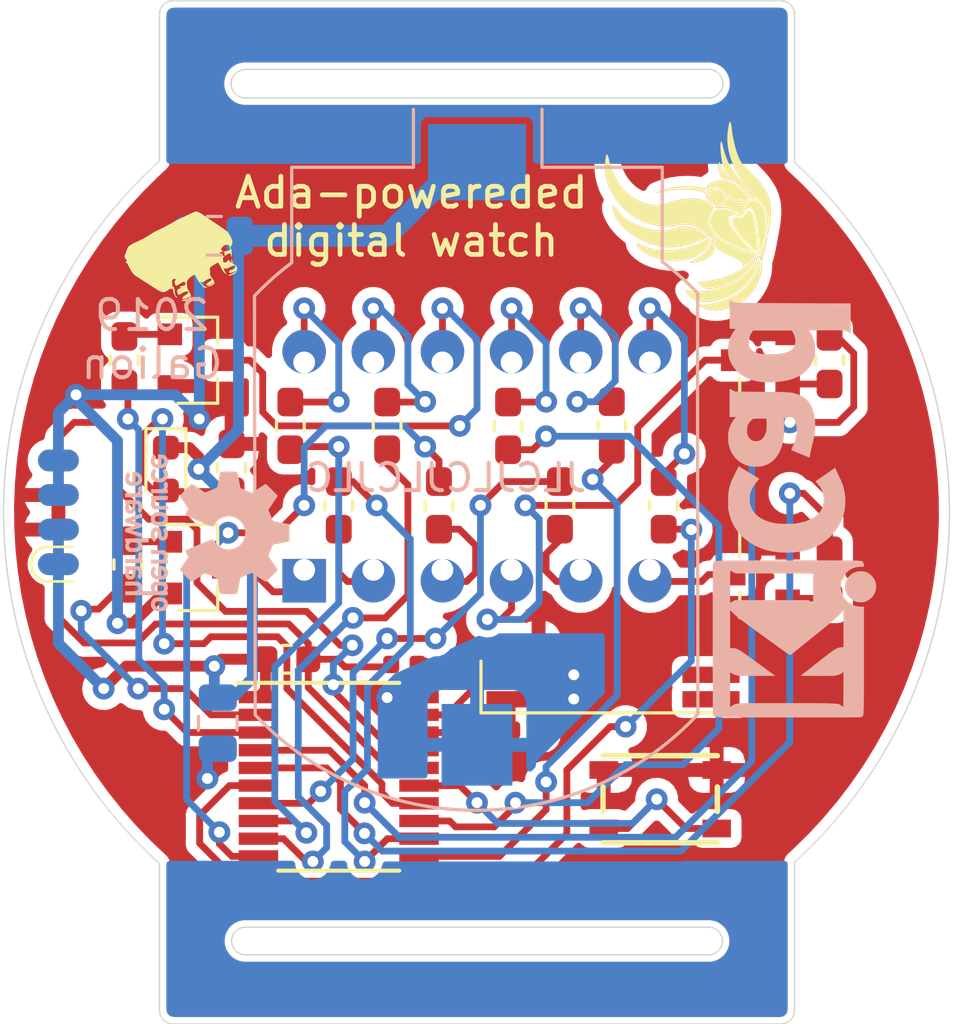
<source format=kicad_pcb>
(kicad_pcb (version 20200628) (host pcbnew "5.99.0-unknown-r19130-2af6d01f")
  (title_block (title "Ada-powereded digital watch") (date "01-02-2020") (rev "2") (company "Galion"))
  (layers (0 "F.Cu" signal) (31 "B.Cu" signal) (34 "B.Paste" user) (35 "F.Paste" user) (36 "B.SilkS" user) (37 "F.SilkS" user) (38 "B.Mask" user) (39 "F.Mask" user) (44 "Edge.Cuts" user))
  (net 0 "")
  (net 1 "GND")
  (net 2 "+3V0")
  (net 3 "Net-(C3-Pad1)")
  (net 4 "Net-(C4-Pad1)")
  (net 5 "Net-(C5-Pad1)")
  (net 6 "Net-(J1-Pad4)")
  (net 7 "Net-(Q1-Pad3)")
  (net 8 "Net-(Q1-Pad1)")
  (net 9 "Net-(Q2-Pad3)")
  (net 10 "Net-(Q2-Pad1)")
  (net 11 "Net-(Q3-Pad3)")
  (net 12 "Net-(Q3-Pad1)")
  (net 13 "Net-(Q4-Pad3)")
  (net 14 "Net-(Q4-Pad1)")
  (net 15 "Net-(Q5-Pad2)")
  (net 16 "Net-(R1-Pad2)")
  (net 17 "Net-(R1-Pad1)")
  (net 18 "Net-(R2-Pad2)")
  (net 19 "Net-(R2-Pad1)")
  (net 20 "Net-(R3-Pad2)")
  (net 21 "Net-(R3-Pad1)")
  (net 22 "Net-(R4-Pad2)")
  (net 23 "Net-(R4-Pad1)")
  (net 24 "Net-(R5-Pad2)")
  (net 25 "Net-(R5-Pad1)")
  (net 26 "Net-(R6-Pad2)")
  (net 27 "Net-(R6-Pad1)")
  (net 28 "Net-(R7-Pad2)")
  (net 29 "Net-(R7-Pad1)")
  (net 30 "Net-(R8-Pad2)")
  (net 31 "Net-(R8-Pad1)")
  (net 32 "Net-(R10-Pad1)")
  (net 33 "Net-(R11-Pad1)")
  (net 34 "Net-(R12-Pad1)")
  (net 35 "Net-(R14-Pad1)")
  (net 36 "Net-(SW1-Pad1)")
  (net 37 "Net-(Y1-Pad3)")
  (net 38 "Net-(Y1-Pad2)")
  (module "Symbol:OSHW-Logo_5.7x6mm_SilkScreen" (layer "B.Cu") (at 138.938 104.902 90)
    (fp_text reference "LG3" hide)
    (fp_text value "Logo_Open_Hardware_Small" hide)
  )
  (module "Crystal:Crystal_SMD_SeikoEpson_MC146-4Pin_6.7x1.5mm_HandSoldering" (layer "F.Cu") (at 153.841 110.559)
    (fp_text reference "Y1" hide)
    (fp_text value "32768kHz" hide)
    (pad "4" smd rect (at -3.6 -0.45) (size 2.1 0.6) (layers "F.Cu" "F.Paste" "F.Mask") (net 3 "Net-(C3-Pad1)"))
    (pad "3" smd rect (at 3.6 -0.45) (size 2.1 0.6) (layers "F.Cu" "F.Paste" "F.Mask") (net 37 "Net-(Y1-Pad3)"))
    (pad "2" smd rect (at 3.6 0.45) (size 2.1 0.6) (layers "F.Cu" "F.Paste" "F.Mask") (net 38 "Net-(Y1-Pad2)"))
    (pad "1" smd rect (at -3.6 0.45) (size 2.1 0.6) (layers "F.Cu" "F.Paste" "F.Mask") (net 4 "Net-(C4-Pad1)"))
  )
  (module "Symbol:KiCad-Logo_6mm_SilkScreen" (layer "B.Cu") (at 160.528 104.013 90)
    (fp_text reference "LG4" hide)
    (fp_text value "Logo_Designed_With_KiCad" hide)
  )
  (module "custom_symbols:BatteryHolder_Pinrex_780-72-00GF51_1x2032_customSilk" (layer "B.Cu") (at 148.844 101.981 90)
    (fp_text reference "BT1" hide)
    (fp_text value "CR2032" hide)
    (pad "2" smd rect (at -10.7 0 90) (size 3 2.6) (layers "B.Cu" "B.Paste" "B.Mask") (net 1 "GND"))
    (pad "1" smd rect (at 10.7 0 90) (size 2.8 3.6) (layers "B.Cu" "B.Paste" "B.Mask") (net 2 "+3V0"))
  )
  (module "custom_symbols:DIP-12_W7.62mm_CustomPads_NoSilk" (layer "F.Cu") (at 142.494 106.254 90)
    (fp_text reference "U1" hide)
    (fp_text value "HP5082-7414" hide)
    (pad "1" thru_hole rect (at 0 0 90) (size 1.6 1.6) (drill 0.8 (offset -0.4 0)) (layers "F.Cu" "F.Mask") (net 7 "Net-(Q1-Pad3)"))
    (pad "7" thru_hole oval (at 7.62 12.7 90) (size 1.6 1.6) (drill 0.8 (offset 0.4 0)) (layers "F.Cu" "F.Mask") (net 23 "Net-(R4-Pad1)"))
    (pad "2" thru_hole oval (at 0 2.54 90) (size 1.6 1.6) (drill 0.8 (offset -0.4 0)) (layers "F.Cu" "F.Mask") (net 21 "Net-(R3-Pad1)"))
    (pad "8" thru_hole oval (at 7.62 10.16 90) (size 1.6 1.6) (drill 0.8 (offset 0.4 0)) (layers "F.Cu" "F.Mask") (net 27 "Net-(R6-Pad1)"))
    (pad "3" thru_hole oval (at 0 5.08 90) (size 1.6 1.6) (drill 0.8 (offset -0.4 0)) (layers "F.Cu" "F.Mask") (net 19 "Net-(R2-Pad1)"))
    (pad "9" thru_hole oval (at 7.62 7.62 90) (size 1.6 1.6) (drill 0.8 (offset 0.4 0)) (layers "F.Cu" "F.Mask") (net 29 "Net-(R7-Pad1)"))
    (pad "4" thru_hole oval (at 0 7.62 90) (size 1.6 1.6) (drill 0.8 (offset -0.4 0)) (layers "F.Cu" "F.Mask") (net 11 "Net-(Q3-Pad3)"))
    (pad "10" thru_hole oval (at 7.62 5.08 90) (size 1.6 1.6) (drill 0.8 (offset 0.4 0)) (layers "F.Cu" "F.Mask") (net 9 "Net-(Q2-Pad3)"))
    (pad "5" thru_hole oval (at 0 10.16 90) (size 1.6 1.6) (drill 0.8 (offset -0.4 0)) (layers "F.Cu" "F.Mask") (net 31 "Net-(R8-Pad1)"))
    (pad "11" thru_hole oval (at 7.62 2.54 90) (size 1.6 1.6) (drill 0.8 (offset 0.4 0)) (layers "F.Cu" "F.Mask") (net 25 "Net-(R5-Pad1)"))
    (pad "6" thru_hole oval (at 0 12.7 90) (size 1.6 1.6) (drill 0.8 (offset -0.4 0)) (layers "F.Cu" "F.Mask") (net 13 "Net-(Q4-Pad3)"))
    (pad "12" thru_hole oval (at 7.62 0 90) (size 1.6 1.6) (drill 0.8 (offset 0.4 0)) (layers "F.Cu" "F.Mask") (net 17 "Net-(R1-Pad1)"))
  )
  (module "custom_symbols:Galion_Logo_Small" (layer "F.Cu") (at 137.922 95.504)
    (fp_text reference "LG2" hide)
    (fp_text value "Galion_Logo" hide)
  )
  (module "custom_symbols:Ada_Logo_Small" (layer "F.Cu") (at 153.543 89.789)
    (fp_text reference "LG1" hide)
    (fp_text value "Ada_Logo_Small" hide)
    (fp_poly (pts (xy 1.88927 2.613578) (xy 2.018835 2.562584) (xy 2.146404 2.5183) (xy 2.271955 2.480495) (xy 2.395465 2.44894) (xy 2.516912 2.423403) (xy 2.636274 2.403653) (xy 2.753527 2.38946) (xy 2.86865 2.380593) (xy 2.981619 2.376821) (xy 3.092413 2.377914) (xy 3.201008 2.38364) (xy 3.307383 2.393769) (xy 3.411514 2.40807) (xy 3.51338 2.426313) (xy 3.612957 2.448266) (xy 3.710223 2.473699) (xy 3.709169 2.475789) (xy 3.707851 2.478162) (xy 3.706006 2.481208) (xy 3.703635 2.484768) (xy 3.700737 2.48868) (xy 3.697313 2.492787) (xy 3.695404 2.494864) (xy 3.693363 2.496929) (xy 3.691191 2.498963) (xy 3.688887 2.500945) (xy 3.686453 2.502857) (xy 3.683886 2.504677) (xy 3.681189 2.506387) (xy 3.67836 2.507965) (xy 3.6754 2.509393) (xy 3.672308 2.510649) (xy 3.669085 2.511715) (xy 3.665731 2.51257) (xy 3.662246 2.513195) (xy 3.65863 2.513568) (xy 3.654883 2.513672) (xy 3.651004 2.513484) (xy 3.646995 2.512986) (xy 3.642854 2.512158) (xy 3.64148 2.511926) (xy 3.64032 2.511935) (xy 3.639377 2.512184) (xy 3.638987 2.512399) (xy 3.638653 2.512673) (xy 3.638373 2.513009) (xy 3.638149 2.513404) (xy 3.637868 2.514375) (xy 3.637813 2.515587) (xy 3.637986 2.51704) (xy 3.638388 2.518735) (xy 3.639022 2.520671) (xy 3.639891 2.522848) (xy 3.640996 2.525267) (xy 3.64234 2.527927) (xy 3.643924 2.530829) (xy 3.645752 2.533974) (xy 3.647825 2.53736) (xy 3.650145 2.540989) (xy 3.652716 2.544859) (xy 3.658614 2.553329) (xy 3.665539 2.562769) (xy 3.673506 2.57318) (xy 3.682535 2.584565) (xy 3.692642 2.596923) (xy 3.703846 2.610256) (xy 3.716165 2.624564) (xy 3.617077 2.587869) (xy 3.51568 2.556823) (xy 3.412038 2.531244) (xy 3.306213 2.510952) (xy 3.198271 2.495763) (xy 3.088273 2.485497) (xy 2.976285 2.479971) (xy 2.862368 2.479005) (xy 2.746588 2.482415) (xy 2.629007 2.490021) (xy 2.509689 2.50164) (xy 2.388698 2.517091) (xy 2.266097 2.536192) (xy 2.141949 2.558762) (xy 2.016319 2.584617) (xy 1.88927 2.613578)) (layer "F.Cu") (width 0.003591))
    (fp_poly (pts (xy 5.68387 4.93449) (xy 5.700761 4.955151) (xy 5.71605 4.982579) (xy 5.729534 5.016357) (xy 5.741009 5.056067) (xy 5.750274 5.101294) (xy 5.757125 5.151619) (xy 5.762777 5.265899) (xy 5.756343 5.395573) (xy 5.748088 5.465139) (xy 5.736204 5.537304) (xy 5.720488 5.611649) (xy 5.700737 5.687758) (xy 5.676749 5.765214) (xy 5.648322 5.843599) (xy 5.615252 5.922498) (xy 5.577338 6.001493) (xy 5.534376 6.080167) (xy 5.486163 6.158103) (xy 5.432498 6.234885) (xy 5.373177 6.310095) (xy 5.307998 6.383317) (xy 5.236758 6.454134) (xy 5.159255 6.522128) (xy 5.075286 6.586884) (xy 4.984648 6.647983) (xy 4.887139 6.705009) (xy 4.782556 6.757546) (xy 4.670696 6.805175) (xy 4.551358 6.847482) (xy 4.424337 6.884047) (xy 4.399567 6.891053) (xy 4.330658 6.906699) (xy 4.282183 6.915246) (xy 4.225712 6.922933) (xy 4.162257 6.928752) (xy 4.092831 6.931698) (xy 4.018448 6.930763) (xy 3.979713 6.928525) (xy 3.940118 6.92494) (xy 3.899791 6.919881) (xy 3.858857 6.913223) (xy 3.817442 6.904839) (xy 3.775675 6.894605) (xy 3.733681 6.882393) (xy 3.691586 6.868078) (xy 3.649518 6.851535) (xy 3.607603 6.832637) (xy 3.565968 6.811258) (xy 3.524738 6.787273) (xy 3.484042 6.760556) (xy 3.444005 6.730981) (xy 3.551259 6.739042) (xy 3.66365 6.737633) (xy 3.780061 6.72743) (xy 3.899376 6.709111) (xy 4.020477 6.683351) (xy 4.14225 6.650827) (xy 4.263576 6.612216) (xy 4.38334 6.568194) (xy 4.500426 6.519437) (xy 4.613717 6.466621) (xy 4.722096 6.410424) (xy 4.824446 6.351521) (xy 4.919653 6.290589) (xy 5.006598 6.228304) (xy 5.084166 6.165343) (xy 5.15124 6.102382) (xy 5.217918 6.032438) (xy 5.281027 5.962229) (xy 5.340379 5.891725) (xy 5.395784 5.820895) (xy 5.447052 5.74971) (xy 5.493995 5.678139) (xy 5.536423 5.606151) (xy 5.574147 5.533716) (xy 5.606977 5.460803) (xy 5.634724 5.387383) (xy 5.6572 5.313424) (xy 5.674214 5.238896) (xy 5.685577 5.16377) (xy 5.6911 5.088013) (xy 5.691613 5.04989) (xy 5.690594 5.011597) (xy 5.688021 4.973132) (xy 5.68387 4.93449)) (layer "F.Cu") (width 0.002475))
    (fp_poly (pts (xy 3.407679 5.886238) (xy 3.412874 5.897169) (xy 3.419642 5.909702) (xy 3.429435 5.925942) (xy 3.442438 5.945136) (xy 3.458832 5.96653) (xy 3.468359 5.977816) (xy 3.478802 5.98937) (xy 3.490186 6.001097) (xy 3.502532 6.012903) (xy 3.515863 6.024694) (xy 3.530203 6.036376) (xy 3.545575 6.047854) (xy 3.562001 6.059034) (xy 3.579505 6.069823) (xy 3.598109 6.080125) (xy 3.617836 6.089848) (xy 3.638709 6.098895) (xy 3.660751 6.107174) (xy 3.683986 6.11459) (xy 3.708435 6.121049) (xy 3.734123 6.126457) (xy 3.761071 6.13072) (xy 3.789303 6.133742) (xy 3.818841 6.135431) (xy 3.849709 6.135692) (xy 3.962695 6.128176) (xy 4.082521 6.109373) (xy 4.207529 6.079873) (xy 4.336058 6.040265) (xy 4.46645 5.991139) (xy 4.597045 5.933082) (xy 4.726183 5.866684) (xy 4.852206 5.792535) (xy 4.973455 5.711223) (xy 5.088269 5.623337) (xy 5.194989 5.529466) (xy 5.291956 5.4302) (xy 5.336264 5.378727) (xy 5.377511 5.326127) (xy 5.415491 5.272472) (xy 5.449995 5.217836) (xy 5.480816 5.162294) (xy 5.507747 5.105918) (xy 5.530581 5.048782) (xy 5.549109 4.990959) (xy 5.52637 5.016317) (xy 5.498135 5.04592) (xy 5.458827 5.084945) (xy 5.408571 5.131996) (xy 5.347495 5.185677) (xy 5.275726 5.244593) (xy 5.193389 5.307346) (xy 5.100613 5.372542) (xy 5.050349 5.40562) (xy 4.997523 5.438785) (xy 4.94215 5.471863) (xy 4.884246 5.504679) (xy 4.823827 5.537058) (xy 4.76091 5.568827) (xy 4.695509 5.599811) (xy 4.62764 5.629835) (xy 4.557321 5.658724) (xy 4.484565 5.686305) (xy 4.409389 5.712403) (xy 4.33181 5.736843) (xy 4.251842 5.759452) (xy 4.169502 5.780053) (xy 4.06558 5.803556) (xy 3.970618 5.823486) (xy 3.806329 5.85376) (xy 3.674146 5.873146) (xy 3.571578 5.883915) (xy 3.496138 5.888338) (xy 3.445334 5.888686) (xy 3.407679 5.886239) (xy 3.407679 5.886238)) (layer "F.Cu") (width 0.002475))
    (fp_poly (pts (xy 5.624428 4.906516) (xy 5.630125 4.932359) (xy 5.634835 4.963538) (xy 5.638643 5.005891) (xy 5.639941 5.058667) (xy 5.637121 5.121118) (xy 5.633665 5.155738) (xy 5.628576 5.192495) (xy 5.621654 5.231296) (xy 5.612699 5.272047) (xy 5.601508 5.314656) (xy 5.587881 5.359027) (xy 5.571617 5.405068) (xy 5.552515 5.452685) (xy 5.530374 5.501783) (xy 5.504994 5.552271) (xy 5.476172 5.604053) (xy 5.443709 5.657036) (xy 5.407404 5.711127) (xy 5.367055 5.766231) (xy 5.322461 5.822256) (xy 5.273421 5.879108) (xy 5.219736 5.936692) (xy 5.161203 5.994916) (xy 5.097621 6.053685) (xy 5.02879 6.112906) (xy 4.96579 6.16345) (xy 4.902437 6.210751) (xy 4.838671 6.25494) (xy 4.774434 6.296149) (xy 4.709665 6.334509) (xy 4.644305 6.370152) (xy 4.578294 6.403208) (xy 4.511572 6.43381) (xy 4.44408 6.462089) (xy 4.375758 6.488176) (xy 4.306547 6.512202) (xy 4.236387 6.5343) (xy 4.165218 6.554601) (xy 4.092981 6.573235) (xy 4.019615 6.590335) (xy 3.945062 6.606032) (xy 3.910602 6.610534) (xy 3.818204 6.617613) (xy 3.755427 6.619106) (xy 3.684343 6.617628) (xy 3.607011 6.611973) (xy 3.525492 6.600938) (xy 3.483805 6.593025) (xy 3.441843 6.583316) (xy 3.399864 6.571658) (xy 3.358125 6.557902) (xy 3.316883 6.541897) (xy 3.276396 6.523492) (xy 3.236921 6.502537) (xy 3.198716 6.478881) (xy 3.162038 6.452372) (xy 3.127144 6.422862) (xy 3.094292 6.390198) (xy 3.063739 6.354231) (xy 3.035743 6.31481) (xy 3.010561 6.271784) (xy 2.988451 6.225002) (xy 2.969669 6.174314) (xy 2.977489 6.178394) (xy 2.987476 6.183007) (xy 3.001705 6.188904) (xy 3.020317 6.19576) (xy 3.043454 6.203252) (xy 3.071259 6.211055) (xy 3.086956 6.214972) (xy 3.103873 6.218845) (xy 3.122027 6.222634) (xy 3.141438 6.226298) (xy 3.162121 6.229797) (xy 3.184096 6.23309) (xy 3.207379 6.236137) (xy 3.23199 6.238897) (xy 3.257944 6.24133) (xy 3.28526 6.243395) (xy 3.313957 6.245051) (xy 3.34405 6.246259) (xy 3.37556 6.246977) (xy 3.408502 6.247165) (xy 3.442895 6.246783) (xy 3.478757 6.24579) (xy 3.516105 6.244145) (xy 3.554957 6.241809) (xy 3.773065 6.220047) (xy 3.981054 6.185738) (xy 4.178556 6.139809) (xy 4.365203 6.083185) (xy 4.540626 6.016792) (xy 4.70446 5.941556) (xy 4.856335 5.858403) (xy 4.995885 5.768258) (xy 5.122741 5.672048) (xy 5.236535 5.570698) (xy 5.336901 5.465135) (xy 5.42347 5.356283) (xy 5.495875 5.24507) (xy 5.553748 5.13242) (xy 5.596722 5.019261) (xy 5.624428 4.906516)) (layer "F.Cu") (width 0.002475))
    (fp_poly (pts (xy 5.966552 4.234692) (xy 5.937414 4.311676) (xy 5.904234 4.393392) (xy 5.861532 4.491026) (xy 5.837286 4.542788) (xy 5.811471 4.5949) (xy 5.784356 4.646155) (xy 5.756212 4.695341) (xy 5.727309 4.74125) (xy 5.697918 4.782673) (xy 5.683124 4.801323) (xy 5.668309 4.818399) (xy 5.653508 4.833748) (xy 5.638753 4.84722) (xy 5.643135 4.848662) (xy 5.64825 4.850829) (xy 5.654992 4.854284) (xy 5.663119 4.859269) (xy 5.667626 4.862411) (xy 5.672389 4.866027) (xy 5.677378 4.870147) (xy 5.682561 4.874801) (xy 5.687909 4.880019) (xy 5.693393 4.885833) (xy 5.69898 4.892272) (xy 5.704642 4.899367) (xy 5.710348 4.907147) (xy 5.716068 4.915644) (xy 5.721772 4.924888) (xy 5.727428 4.934909) (xy 5.733008 4.945737) (xy 5.738481 4.957403) (xy 5.743817 4.969937) (xy 5.748985 4.983369) (xy 5.753956 4.99773) (xy 5.758698 5.01305) (xy 5.763183 5.02936) (xy 5.767379 5.046689) (xy 5.771256 5.065069) (xy 5.774785 5.084529) (xy 5.793795 5.033698) (xy 5.812393 4.976081) (xy 5.847902 4.846047) (xy 5.880413 4.705537) (xy 5.909027 4.56566) (xy 5.950973 4.332247) (xy 5.966552 4.234692)) (layer "F.Cu") (width 0.002475))
    (fp_poly (pts (xy 3.890107 4.372808) (xy 3.889608 4.391134) (xy 3.887621 4.412819) (xy 3.883263 4.441765) (xy 3.875626 4.477156) (xy 3.863802 4.518179) (xy 3.856035 4.540546) (xy 3.84688 4.564016) (xy 3.836224 4.588486) (xy 3.823953 4.613855) (xy 3.809953 4.640019) (xy 3.794111 4.666878) (xy 3.776313 4.694329) (xy 3.756446 4.722271) (xy 3.734396 4.750602) (xy 3.710049 4.77922) (xy 3.683291 4.808022) (xy 3.65401 4.836907) (xy 3.622091 4.865774) (xy 3.587422 4.89452) (xy 3.549887 4.923043) (xy 3.509374 4.951242) (xy 3.46577 4.979014) (xy 3.418959 5.006258) (xy 3.36883 5.032871) (xy 3.315268 5.058753) (xy 3.246585 5.092327) (xy 3.220115 5.106844) (xy 3.198594 5.119897) (xy 3.181799 5.131527) (xy 3.169506 5.141771) (xy 3.161492 5.150669) (xy 3.157533 5.158258) (xy 3.157405 5.164577) (xy 3.160885 5.169665) (xy 3.167749 5.173561) (xy 3.177774 5.176302) (xy 3.190735 5.177929) (xy 3.20641 5.178478) (xy 3.245005 5.176501) (xy 3.29177 5.170679) (xy 3.344916 5.161321) (xy 3.402654 5.148737) (xy 3.463196 5.133234) (xy 3.524751 5.115121) (xy 3.585533 5.094707) (xy 3.643751 5.072301) (xy 3.697617 5.04821) (xy 3.723252 5.035283) (xy 3.747624 5.022048) (xy 3.770754 5.008523) (xy 3.792665 4.994724) (xy 3.813378 4.980667) (xy 3.832915 4.966368) (xy 3.851296 4.951844) (xy 3.868544 4.937111) (xy 3.884681 4.922186) (xy 3.899727 4.907084) (xy 3.913705 4.891823) (xy 3.926637 4.876419) (xy 3.938543 4.860888) (xy 3.949445 4.845246) (xy 3.959365 4.82951) (xy 3.968325 4.813696) (xy 3.976346 4.797821) (xy 3.98345 4.781901) (xy 3.989659 4.765952) (xy 3.994993 4.749991) (xy 3.999475 4.734034) (xy 4.003127 4.718097) (xy 4.005969 4.702197) (xy 4.008024 4.68635) (xy 4.009312 4.670573) (xy 4.009857 4.654882) (xy 4.009679 4.639293) (xy 4.008799 4.623823) (xy 4.005024 4.593304) (xy 3.998704 4.563456) (xy 3.992765 4.541908) (xy 3.986488 4.522179) (xy 3.979921 4.504155) (xy 3.973112 4.487721) (xy 3.966109 4.472763) (xy 3.95896 4.459165) (xy 3.951715 4.446814) (xy 3.944421 4.435594) (xy 3.937126 4.425391) (xy 3.929879 4.41609) (xy 3.922728 4.407576) (xy 3.915722 4.399735) (xy 3.890108 4.372808) (xy 3.890107 4.372808)) (layer "F.Cu") (width 0.002312))
    (fp_poly (pts (xy 3.927601 4.337751) (xy 3.960138 4.400946) (xy 3.992462 4.458225) (xy 4.025125 4.510196) (xy 4.041758 4.534383) (xy 4.058685 4.557471) (xy 4.075974 4.579538) (xy 4.093695 4.60066) (xy 4.111917 4.620912) (xy 4.13071 4.640371) (xy 4.150143 4.659114) (xy 4.170286 4.677217) (xy 4.191207 4.694755) (xy 4.212977 4.711806) (xy 4.259339 4.744748) (xy 4.309925 4.776654) (xy 4.365292 4.808134) (xy 4.425994 4.839798) (xy 4.492585 4.872256) (xy 4.565622 4.906118) (xy 4.73325 4.980493) (xy 4.786738 5.005365) (xy 4.835583 5.029032) (xy 4.879836 5.051645) (xy 4.919543 5.073355) (xy 4.954754 5.094316) (xy 4.985517 5.114678) (xy 5.01188 5.134595) (xy 5.033891 5.154217) (xy 5.0516 5.173696) (xy 5.058856 5.18343) (xy 5.065054 5.193185) (xy 5.0702 5.202981) (xy 5.074301 5.212836) (xy 5.077363 5.222769) (xy 5.079391 5.232799) (xy 5.080391 5.242946) (xy 5.080371 5.253228) (xy 5.079335 5.263664) (xy 5.07729 5.274274) (xy 5.074241 5.285076) (xy 5.070196 5.296089) (xy 5.059138 5.318825) (xy 5.119678 5.283798) (xy 5.185378 5.242406) (xy 5.224176 5.216438) (xy 5.26583 5.18722) (xy 5.30951 5.154952) (xy 5.354384 5.119834) (xy 5.39962 5.082064) (xy 5.444388 5.041842) (xy 5.487856 4.999367) (xy 5.508843 4.977347) (xy 5.529193 4.954838) (xy 5.548802 4.931866) (xy 5.567566 4.908455) (xy 5.585383 4.884631) (xy 5.602146 4.860417) (xy 5.447976 4.827949) (xy 5.27967 4.785901) (xy 5.17983 4.757997) (xy 5.072245 4.725343) (xy 4.958947 4.687818) (xy 4.84197 4.6453) (xy 4.72335 4.597667) (xy 4.605119 4.544796) (xy 4.489311 4.486566) (xy 4.432951 4.455404) (xy 4.37796 4.422856) (xy 4.324592 4.388907) (xy 4.273101 4.353543) (xy 4.22374 4.316747) (xy 4.176766 4.278504) (xy 4.165198 4.287604) (xy 4.153639 4.295896) (xy 4.142113 4.303414) (xy 4.130643 4.310192) (xy 4.119252 4.316263) (xy 4.107965 4.321663) (xy 4.096804 4.326424) (xy 4.085793 4.330582) (xy 4.064315 4.337222) (xy 4.043719 4.341855) (xy 4.024193 4.344753) (xy 4.005925 4.34619) (xy 3.989102 4.346437) (xy 3.973913 4.345768) (xy 3.960545 4.344454) (xy 3.949186 4.342767) (xy 3.933248 4.339369) (xy 3.927601 4.337751)) (layer "F.Cu") (width 0.002475))
    (fp_poly (pts (xy 1.938968 4.720651) (xy 2.108596 4.732454) (xy 2.269781 4.735537) (xy 2.42285 4.730684) (xy 2.568132 4.718681) (xy 2.705956 4.700313) (xy 2.836651 4.676365) (xy 2.960546 4.647621) (xy 3.077969 4.614867) (xy 3.189248 4.578888) (xy 3.294713 4.540469) (xy 3.489515 4.459449) (xy 3.823808 4.302668) (xy 3.827624 4.347545) (xy 3.826529 4.391668) (xy 3.820724 4.434981) (xy 3.81041 4.477433) (xy 3.79579 4.518967) (xy 3.777066 4.559531) (xy 3.754441 4.59907) (xy 3.728115 4.637531) (xy 3.698292 4.674858) (xy 3.665173 4.710999) (xy 3.628961 4.745898) (xy 3.589857 4.779503) (xy 3.548064 4.811758) (xy 3.503784 4.84261) (xy 3.457218 4.872005) (xy 3.40857 4.899889) (xy 3.35804 4.926207) (xy 3.305831 4.950905) (xy 3.252145 4.97393) (xy 3.197185 4.995228) (xy 3.141152 5.014744) (xy 3.084248 5.032424) (xy 3.026675 5.048214) (xy 2.968636 5.06206) (xy 2.910333 5.073909) (xy 2.851968 5.083705) (xy 2.793742 5.091396) (xy 2.735858 5.096926) (xy 2.678518 5.100242) (xy 2.621924 5.10129) (xy 2.566278 5.100016) (xy 2.511782 5.096365) (xy 2.361214 5.085887) (xy 2.281844 5.077606) (xy 2.200448 5.066911) (xy 2.117548 5.053515) (xy 2.033668 5.037129) (xy 1.949329 5.017463) (xy 1.865055 4.994228) (xy 1.781368 4.967137) (xy 1.698792 4.935899) (xy 1.61785 4.900227) (xy 1.539063 4.859831) (xy 1.462955 4.814423) (xy 1.390049 4.763714) (xy 1.320868 4.707415) (xy 1.287837 4.677079) (xy 1.255934 4.645237) (xy 1.236515 4.62251) (xy 1.222973 4.605171) (xy 1.208364 4.585306) (xy 1.193802 4.564007) (xy 1.180403 4.542368) (xy 1.169283 4.521482) (xy 1.164925 4.511662) (xy 1.161556 4.502441) (xy 1.159314 4.493954) (xy 1.158338 4.486338) (xy 1.158769 4.479731) (xy 1.160745 4.474267) (xy 1.164407 4.470085) (xy 1.169892 4.46732) (xy 1.177342 4.46611) (xy 1.186895 4.466591) (xy 1.19869 4.468899) (xy 1.212867 4.473171) (xy 1.229566 4.479544) (xy 1.248926 4.488155) (xy 1.271087 4.49914) (xy 1.296187 4.512635) (xy 1.324366 4.528777) (xy 1.355764 4.547704) (xy 1.39784 4.567105) (xy 1.43852 4.58471) (xy 1.477942 4.600658) (xy 1.516246 4.615089) (xy 1.553568 4.628142) (xy 1.590048 4.639957) (xy 1.661035 4.660428) (xy 1.730313 4.677618) (xy 1.79899 4.692642) (xy 1.938967 4.720651) (xy 1.938968 4.720651)) (layer "F.Cu") (width 0.002372))
    (fp_poly (pts (xy 0.8257 3.608283) (xy 0.944961 3.676244) (xy 1.064099 3.738158) (xy 1.182947 3.793928) (xy 1.301338 3.843459) (xy 1.419107 3.886655) (xy 1.536087 3.92342) (xy 1.652112 3.953657) (xy 1.767015 3.97727) (xy 1.88063 3.994163) (xy 1.992791 4.004241) (xy 2.103332 4.007406) (xy 2.212086 4.003564) (xy 2.318886 3.992617) (xy 2.423567 3.97447) (xy 2.525962 3.949026) (xy 2.625905 3.91619) (xy 2.647862 3.904844) (xy 2.674675 3.893291) (xy 2.711482 3.880156) (xy 2.757862 3.867194) (xy 2.784509 3.861325) (xy 2.813392 3.856157) (xy 2.844457 3.851909) (xy 2.877651 3.8488) (xy 2.912922 3.847049) (xy 2.950217 3.846875) (xy 2.989484 3.848498) (xy 3.030669 3.852137) (xy 3.07372 3.858011) (xy 3.118585 3.86634) (xy 3.165209 3.877341) (xy 3.213542 3.891236) (xy 3.263529 3.908242) (xy 3.315119 3.928579) (xy 3.368259 3.952467) (xy 3.422895 3.980124) (xy 3.478976 4.011769) (xy 3.536447 4.047623) (xy 3.595258 4.087903) (xy 3.655355 4.13283) (xy 3.716685 4.182622) (xy 3.779195 4.237499) (xy 3.745324 4.254701) (xy 3.649874 4.299824) (xy 3.581946 4.329818) (xy 3.502088 4.363147) (xy 3.411457 4.398596) (xy 3.311209 4.434948) (xy 3.202497 4.470989) (xy 3.086479 4.505504) (xy 2.964309 4.537278) (xy 2.837142 4.565094) (xy 2.772046 4.577139) (xy 2.706134 4.587739) (xy 2.639551 4.596742) (xy 2.57244 4.603996) (xy 2.504948 4.60935) (xy 2.437217 4.612651) (xy 2.369392 4.613747) (xy 2.301618 4.612487) (xy 2.246292 4.608733) (xy 2.179136 4.600866) (xy 2.101385 4.588577) (xy 2.014272 4.571556) (xy 1.919033 4.549494) (xy 1.816903 4.522081) (xy 1.709117 4.489007) (xy 1.596909 4.449964) (xy 1.481513 4.404641) (xy 1.364166 4.352728) (xy 1.246101 4.293917) (xy 1.128553 4.227897) (xy 1.012757 4.15436) (xy 0.899949 4.072995) (xy 0.84505 4.02928) (xy 0.791362 3.983493) (xy 0.739037 3.935594) (xy 0.688231 3.885544) (xy 0.602927 3.792595) (xy 0.528426 3.700404) (xy 0.464358 3.610243) (xy 0.410358 3.523381) (xy 0.366055 3.441088) (xy 0.331083 3.364634) (xy 0.305072 3.295288) (xy 0.287656 3.234322) (xy 0.278465 3.183003) (xy 0.277132 3.142603) (xy 0.279298 3.126895) (xy 0.283289 3.114392) (xy 0.289061 3.105253) (xy 0.296568 3.099638) (xy 0.305762 3.097705) (xy 0.3166 3.099612) (xy 0.329033 3.105519) (xy 0.343017 3.115584) (xy 0.358505 3.129967) (xy 0.375451 3.148824) (xy 0.413535 3.200602) (xy 0.45348 3.258404) (xy 0.492773 3.310846) (xy 0.53115 3.358155) (xy 0.568344 3.400554) (xy 0.60409 3.438268) (xy 0.638122 3.471523) (xy 0.670174 3.500544) (xy 0.69998 3.525555) (xy 0.727276 3.546781) (xy 0.751794 3.564447) (xy 0.791435 3.59) (xy 0.81678 3.604012) (xy 0.8257 3.608283)) (layer "F.Cu") (width 0.002475))
    (fp_poly (pts (xy 0.004032 1.559733) (xy 0.001439 1.618529) (xy 0.002021 1.681634) (xy 0.005636 1.748293) (xy 0.012146 1.817753) (xy 0.021409 1.88926) (xy 0.033286 1.96206) (xy 0.047637 2.035398) (xy 0.06432 2.108522) (xy 0.083197 2.180678) (xy 0.104126 2.251111) (xy 0.126967 2.319067) (xy 0.151581 2.383793) (xy 0.177826 2.444536) (xy 0.205564 2.50054) (xy 0.234653 2.551052) (xy 0.264954 2.595319) (xy 0.332133 2.720242) (xy 0.412377 2.846296) (xy 0.505346 2.971821) (xy 0.610699 3.095158) (xy 0.667913 3.155486) (xy 0.728095 3.214645) (xy 0.791202 3.272427) (xy 0.857193 3.328624) (xy 0.926023 3.383028) (xy 0.997651 3.435432) (xy 1.072035 3.485629) (xy 1.14913 3.533411) (xy 1.228896 3.578571) (xy 1.311289 3.6209) (xy 1.396266 3.660192) (xy 1.483785 3.696239) (xy 1.573804 3.728833) (xy 1.66628 3.757767) (xy 1.761169 3.782834) (xy 1.858431 3.803825) (xy 1.958021 3.820534) (xy 2.059897 3.832752) (xy 2.164018 3.840273) (xy 2.270339 3.842888) (xy 2.378819 3.840391) (xy 2.489415 3.832573) (xy 2.602084 3.819227) (xy 2.716783 3.800146) (xy 2.752598 3.790719) (xy 2.788114 3.78293) (xy 2.823323 3.776731) (xy 2.858216 3.772074) (xy 2.927022 3.767193) (xy 2.994468 3.767905) (xy 3.060487 3.773826) (xy 3.125014 3.784574) (xy 3.187983 3.799764) (xy 3.249329 3.819015) (xy 3.308986 3.841942) (xy 3.366888 3.868162) (xy 3.42297 3.897293) (xy 3.477166 3.92895) (xy 3.529411 3.962751) (xy 3.579639 3.998313) (xy 3.627783 4.035252) (xy 3.673779 4.073185) (xy 3.715266 4.114925) (xy 3.753578 4.152198) (xy 3.789049 4.185094) (xy 3.822009 4.213703) (xy 3.85279 4.238114) (xy 3.881726 4.258417) (xy 3.895604 4.267056) (xy 3.909146 4.274701) (xy 3.922392 4.281365) (xy 3.935384 4.287057) (xy 3.948164 4.29179) (xy 3.960772 4.295575) (xy 3.97325 4.298422) (xy 3.98564 4.300343) (xy 3.997983 4.30135) (xy 4.010321 4.301452) (xy 4.022696 4.300663) (xy 4.035148 4.298992) (xy 4.047719 4.296451) (xy 4.060451 4.293051) (xy 4.073385 4.288804) (xy 4.086563 4.28372) (xy 4.113816 4.271089) (xy 4.142541 4.255247) (xy 4.08104 4.194528) (xy 4.050581 4.16311) (xy 4.020688 4.130925) (xy 3.991639 4.097924) (xy 3.963714 4.064061) (xy 3.937191 4.029288) (xy 3.912348 3.993559) (xy 3.889465 3.956826) (xy 3.86882 3.919042) (xy 3.859424 3.899741) (xy 3.850691 3.88016) (xy 3.842658 3.860292) (xy 3.835358 3.840132) (xy 3.828827 3.819674) (xy 3.823099 3.798912) (xy 3.81821 3.77784) (xy 3.814193 3.756453) (xy 3.811084 3.734743) (xy 3.808918 3.712706) (xy 3.80773 3.690336) (xy 3.807554 3.667626) (xy 3.81033 3.634458) (xy 3.814344 3.601484) (xy 3.819591 3.568814) (xy 3.826065 3.536558) (xy 3.833761 3.504828) (xy 3.842671 3.473733) (xy 3.852791 3.443385) (xy 3.864115 3.413893) (xy 3.876636 3.385369) (xy 3.890349 3.357924) (xy 3.905248 3.331667) (xy 3.921326 3.306709) (xy 3.93858 3.283161) (xy 3.957001 3.261134) (xy 3.976585 3.240738) (xy 3.997326 3.222084) (xy 3.985316 3.186247) (xy 3.970436 3.152546) (xy 3.952846 3.120922) (xy 3.932704 3.091315) (xy 3.910168 3.063663) (xy 3.885397 3.037908) (xy 3.858549 3.01399) (xy 3.829783 2.991847) (xy 3.799257 2.971421) (xy 3.76713 2.952652) (xy 3.733559 2.935479) (xy 3.698704 2.919842) (xy 3.662723 2.905682) (xy 3.625775 2.892938) (xy 3.549609 2.871459) (xy 3.471474 2.854926) (xy 3.392638 2.842858) (xy 3.314369 2.834776) (xy 3.237934 2.8302) (xy 3.164602 2.828649) (xy 3.095639 2.829644) (xy 3.032313 2.832705) (xy 2.975892 2.837351) (xy 2.907839 2.84378) (xy 2.839812 2.853562) (xy 2.771873 2.866238) (xy 2.704082 2.881347) (xy 2.636502 2.898428) (xy 2.569192 2.917023) (xy 2.435631 2.956908) (xy 2.303887 2.99732) (xy 2.174452 3.034575) (xy 2.110752 3.050868) (xy 2.047813 3.064992) (xy 1.985695 3.076484) (xy 1.92446 3.084886) (xy 1.840815 3.076383) (xy 1.758655 3.06472) (xy 1.678018 3.049936) (xy 1.598937 3.032071) (xy 1.521448 3.011162) (xy 1.445586 2.987249) (xy 1.371387 2.960371) (xy 1.298886 2.930566) (xy 1.228119 2.897872) (xy 1.15912 2.862329) (xy 1.091925 2.823976) (xy 1.026569 2.78285) (xy 0.963088 2.738992) (xy 0.901517 2.692438) (xy 0.841891 2.64323) (xy 0.784246 2.591404) (xy 0.728616 2.537) (xy 0.675038 2.480057) (xy 0.623547 2.420613) (xy 0.574177 2.358707) (xy 0.526964 2.294377) (xy 0.481944 2.227663) (xy 0.439151 2.158604) (xy 0.398622 2.087237) (xy 0.324494 1.937738) (xy 0.259843 1.779475) (xy 0.20495 1.61276) (xy 0.160099 1.437901) (xy 0.143787 1.363574) (xy 0.128521 1.304679) (xy 0.114264 1.26025) (xy 0.107502 1.243159) (xy 0.100978 1.229323) (xy 0.094689 1.21862) (xy 0.088628 1.21093) (xy 0.082792 1.206133) (xy 0.077177 1.204107) (xy 0.071776 1.204732) (xy 0.066587 1.207887) (xy 0.061604 1.213452) (xy 0.056823 1.221305) (xy 0.052239 1.231327) (xy 0.047848 1.243396) (xy 0.039625 1.273193) (xy 0.032118 1.309731) (xy 0.025289 1.352044) (xy 0.019103 1.399166) (xy 0.013523 1.450132) (xy 0.004032 1.559733)) (layer "F.Cu") (width 0.002613))
    (fp_poly (pts (xy 4.65765 2.165905) (xy 4.602776 2.103262) (xy 4.545818 2.036784) (xy 4.479521 1.95738) (xy 4.411639 1.872936) (xy 4.379529 1.831287) (xy 4.349931 1.791334) (xy 4.323815 1.754063) (xy 4.30215 1.720459) (xy 4.285907 1.691509) (xy 4.280121 1.679086) (xy 4.276054 1.668196) (xy 4.25537 1.603476) (xy 4.237788 1.552409) (xy 4.230035 1.532297) (xy 4.222905 1.51596) (xy 4.21635 1.503519) (xy 4.213271 1.498797) (xy 4.210318 1.495094) (xy 4.207482 1.492426) (xy 4.204759 1.490806) (xy 4.202141 1.490252) (xy 4.199623 1.490776) (xy 4.197198 1.492395) (xy 4.194859 1.495124) (xy 4.192601 1.498977) (xy 4.190418 1.50397) (xy 4.186248 1.517436) (xy 4.182299 1.535641) (xy 4.178521 1.558707) (xy 4.174864 1.586754) (xy 4.173765 1.607376) (xy 4.174516 1.634598) (xy 4.177177 1.667356) (xy 4.18181 1.704588) (xy 4.188476 1.745233) (xy 4.197235 1.788228) (xy 4.208148 1.83251) (xy 4.221275 1.877018) (xy 4.236678 1.920688) (xy 4.254417 1.962459) (xy 4.274554 2.001268) (xy 4.28554 2.01923) (xy 4.297148 2.036054) (xy 4.309386 2.051605) (xy 4.322261 2.065753) (xy 4.335782 2.078363) (xy 4.349954 2.089303) (xy 4.364787 2.09844) (xy 4.380287 2.105642) (xy 4.396463 2.110776) (xy 4.413321 2.113708) (xy 4.436134 2.11638) (xy 4.458785 2.119585) (xy 4.502875 2.127203) (xy 4.544146 2.135785) (xy 4.581154 2.144553) (xy 4.612454 2.152727) (xy 4.636599 2.159529) (xy 4.65765 2.165905)) (layer "F.Cu") (width 0.002872))
    (fp_poly (pts (xy 4.326562 0.872042) (xy 4.355416 0.990809) (xy 4.393174 1.121913) (xy 4.418379 1.200334) (xy 4.447988 1.285406) (xy 4.482143 1.375683) (xy 4.520984 1.469718) (xy 4.564652 1.566065) (xy 4.613288 1.663278) (xy 4.667033 1.759912) (xy 4.695866 1.807559) (xy 4.726028 1.854519) (xy 4.757538 1.900611) (xy 4.790413 1.945654) (xy 4.824671 1.989468) (xy 4.86033 2.031871) (xy 4.991172 2.182293) (xy 5.085484 2.292183) (xy 5.154408 2.374437) (xy 5.209087 2.441948) (xy 5.320279 2.584318) (xy 5.399078 2.684966) (xy 5.508201 2.822449) (xy 5.506345 2.821044) (xy 5.503937 2.819516) (xy 5.500466 2.81764) (xy 5.498314 2.816619) (xy 5.495875 2.815568) (xy 5.49314 2.814506) (xy 5.490104 2.813452) (xy 5.486758 2.812425) (xy 5.483096 2.811444) (xy 5.47911 2.810528) (xy 5.474794 2.809696) (xy 5.470139 2.808967) (xy 5.465138 2.80836) (xy 5.459785 2.807893) (xy 5.454073 2.807587) (xy 5.447993 2.807459) (xy 5.441539 2.80753) (xy 5.434703 2.807817) (xy 5.427478 2.808341) (xy 5.419858 2.809119) (xy 5.411834 2.810171) (xy 5.403399 2.811516) (xy 5.394547 2.813173) (xy 5.38527 2.81516) (xy 5.37556 2.817498) (xy 5.365412 2.820204) (xy 5.354816 2.823298) (xy 5.301241 2.747233) (xy 5.239828 2.66623) (xy 5.202087 2.619092) (xy 5.160272 2.569094) (xy 5.114847 2.51741) (xy 5.066275 2.465213) (xy 5.015019 2.413675) (xy 4.961542 2.363971) (xy 4.906308 2.317273) (xy 4.878176 2.295418) (xy 4.849778 2.274754) (xy 4.821173 2.255429) (xy 4.792417 2.237589) (xy 4.763569 2.22138) (xy 4.734687 2.206949) (xy 4.717977 2.189115) (xy 4.673409 2.138465) (xy 4.643287 2.102172) (xy 4.60933 2.059279) (xy 4.572582 2.010322) (xy 4.534085 1.955835) (xy 4.494884 1.896354) (xy 4.45602 1.832413) (xy 4.43704 1.798937) (xy 4.418537 1.764547) (xy 4.40064 1.72931) (xy 4.383479 1.693292) (xy 4.367185 1.65656) (xy 4.351888 1.619181) (xy 4.337719 1.581223) (xy 4.324808 1.542751) (xy 4.313285 1.503833) (xy 4.303281 1.464535) (xy 4.294927 1.424925) (xy 4.288352 1.385069) (xy 4.272163 1.262383) (xy 4.260017 1.153597) (xy 4.251577 1.058324) (xy 4.246509 0.976173) (xy 4.244477 0.906754) (xy 4.245145 0.849677) (xy 4.248178 0.804554) (xy 4.253241 0.770994) (xy 4.259998 0.748608) (xy 4.263907 0.741484) (xy 4.268114 0.737007) (xy 4.272577 0.735128) (xy 4.277254 0.735799) (xy 4.282102 0.738972) (xy 4.287081 0.744597) (xy 4.297261 0.76301) (xy 4.307458 0.790648) (xy 4.317337 0.827122) (xy 4.326562 0.872042)) (layer "F.Cu") (width 0.002475))
    (fp_poly (pts (xy 5.975901 4.194351) (xy 5.984045 3.969782) (xy 5.98537 3.863085) (xy 5.984133 3.760148) (xy 5.979784 3.660997) (xy 5.971774 3.56566) (xy 5.959555 3.474162) (xy 5.942578 3.38653) (xy 5.920293 3.302791) (xy 5.892152 3.22297) (xy 5.857605 3.147095) (xy 5.816104 3.075191) (xy 5.792574 3.040737) (xy 5.7671 3.007286) (xy 5.739613 2.97484) (xy 5.710044 2.943405) (xy 5.678324 2.912982) (xy 5.644386 2.883575) (xy 5.608161 2.855187) (xy 5.569579 2.827822) (xy 5.362147 2.584379) (xy 5.258258 2.454904) (xy 5.155955 2.320351) (xy 5.056518 2.180787) (xy 4.961223 2.036282) (xy 4.871349 1.886904) (xy 4.788173 1.73272) (xy 4.712973 1.5738) (xy 4.647025 1.410211) (xy 4.617921 1.326687) (xy 4.591609 1.242021) (xy 4.56825 1.156223) (xy 4.548002 1.069299) (xy 4.531025 0.98126) (xy 4.51748 0.892114) (xy 4.507526 0.801869) (xy 4.501323 0.710533) (xy 4.49903 0.618115) (xy 4.500807 0.524624) (xy 4.506814 0.430069) (xy 4.51721 0.334457) (xy 4.534969 0.21216) (xy 4.551685 0.121042) (xy 4.567341 0.05789) (xy 4.574769 0.035797) (xy 4.581926 0.019491) (xy 4.588812 0.008568) (xy 4.595424 0.002629) (xy 4.601762 0.001271) (xy 4.607822 0.004093) (xy 4.613604 0.010693) (xy 4.619106 0.020669) (xy 4.629261 0.049143) (xy 4.638274 0.086301) (xy 4.646131 0.128931) (xy 4.65832 0.217752) (xy 4.668205 0.319657) (xy 4.693269 0.490092) (xy 4.727346 0.671947) (xy 4.750571 0.777938) (xy 4.778227 0.890505) (xy 4.810542 1.007051) (xy 4.847744 1.124975) (xy 4.890063 1.241679) (xy 4.937728 1.354565) (xy 4.963636 1.408763) (xy 4.990967 1.461032) (xy 5.019748 1.511046) (xy 5.050009 1.558482) (xy 5.081778 1.603013) (xy 5.115084 1.644316) (xy 5.149955 1.682065) (xy 5.18642 1.715935) (xy 5.36467 1.879109) (xy 5.520361 2.034299) (xy 5.590105 2.109362) (xy 5.654642 2.182981) (xy 5.714113 2.255341) (xy 5.768665 2.326628) (xy 5.818439 2.397024) (xy 5.863581 2.466714) (xy 5.904234 2.535883) (xy 5.940543 2.604714) (xy 5.97265 2.673393) (xy 6.0007 2.742103) (xy 6.024837 2.811029) (xy 6.045205 2.880355) (xy 6.061947 2.950265) (xy 6.075208 3.020944) (xy 6.085131 3.092575) (xy 6.091861 3.165344) (xy 6.095541 3.239434) (xy 6.096316 3.31503) (xy 6.089723 3.471476) (xy 6.073233 3.636157) (xy 6.047999 3.810547) (xy 6.015171 3.99612) (xy 5.975901 4.194351)) (layer "F.Cu") (width 0.002475))
    (fp_poly (pts (xy 3.869947 2.507866) (xy 3.870419 2.509575) (xy 3.870809 2.511284) (xy 3.87112 2.51299) (xy 3.871352 2.514689) (xy 3.871506 2.51638) (xy 3.871583 2.51806) (xy 3.871586 2.519726) (xy 3.871515 2.521376) (xy 3.871155 2.524616) (xy 3.870513 2.52776) (xy 3.8696 2.530786) (xy 3.869044 2.532249) (xy 3.868424 2.533674) (xy 3.867741 2.53506) (xy 3.866996 2.536404) (xy 3.86619 2.537702) (xy 3.865324 2.538953) (xy 3.8644 2.540153) (xy 3.863419 2.541301) (xy 3.862383 2.542394) (xy 3.861291 2.543429) (xy 3.860146 2.544403) (xy 3.858948 2.545313) (xy 3.8577 2.546158) (xy 3.856401 2.546935) (xy 3.855054 2.547641) (xy 3.853659 2.548273) (xy 3.852218 2.548829) (xy 3.850732 2.549306) (xy 3.84922 2.549697) (xy 3.847702 2.549998) (xy 3.846181 2.55021) (xy 3.844659 2.550336) (xy 3.843139 2.550375) (xy 3.841623 2.550331) (xy 3.840114 2.550204) (xy 3.838613 2.549996) (xy 3.837124 2.549709) (xy 3.835649 2.549344) (xy 3.83419 2.548903) (xy 3.832751 2.548386) (xy 3.831332 2.547797) (xy 3.829937 2.547136) (xy 3.828569 2.546405) (xy 3.827229 2.545605) (xy 3.82592 2.544738) (xy 3.824644 2.543806) (xy 3.823405 2.542809) (xy 3.822204 2.54175) (xy 3.821044 2.540631) (xy 3.819927 2.539452) (xy 3.818856 2.538215) (xy 3.817834 2.536922) (xy 3.816862 2.535574) (xy 3.815943 2.534173) (xy 3.81508 2.53272) (xy 3.814274 2.531218) (xy 3.81353 2.529667) (xy 3.812848 2.528068) (xy 3.812232 2.526425) (xy 3.811683 2.524737) (xy 3.811211 2.523028) (xy 3.810821 2.52132) (xy 3.81051 2.519615) (xy 3.810279 2.517916) (xy 3.810125 2.516226) (xy 3.810047 2.514546) (xy 3.810045 2.512881) (xy 3.810117 2.511231) (xy 3.810261 2.509601) (xy 3.810478 2.507992) (xy 3.81112 2.504849) (xy 3.812034 2.501823) (xy 3.812591 2.500361) (xy 3.813211 2.498935) (xy 3.813895 2.49755) (xy 3.81464 2.496207) (xy 3.815447 2.494908) (xy 3.816312 2.493658) (xy 3.817237 2.492457) (xy 3.818218 2.491309) (xy 3.819255 2.490217) (xy 3.820347 2.489182) (xy 3.821493 2.488208) (xy 3.82269 2.487297) (xy 3.823939 2.486452) (xy 3.825238 2.485676) (xy 3.826585 2.48497) (xy 3.82798 2.484338) (xy 3.829421 2.483782) (xy 3.830908 2.483305) (xy 3.83242 2.482914) (xy 3.833938 2.482613) (xy 3.835459 2.482401) (xy 3.836981 2.482276) (xy 3.838501 2.482236) (xy 3.840017 2.482281) (xy 3.841526 2.482408) (xy 3.843027 2.482615) (xy 3.844516 2.482903) (xy 3.845991 2.483268) (xy 3.847449 2.483709) (xy 3.848889 2.484225) (xy 3.850307 2.484814) (xy 3.851702 2.485475) (xy 3.853071 2.486206) (xy 3.85441 2.487006) (xy 3.855719 2.487873) (xy 3.856994 2.488805) (xy 3.858233 2.489801) (xy 3.859434 2.490859) (xy 3.860593 2.491979) (xy 3.86171 2.493157) (xy 3.86278 2.494394) (xy 3.863802 2.495686) (xy 3.864774 2.497034) (xy 3.865692 2.498434) (xy 3.866555 2.499886) (xy 3.867359 2.501388) (xy 3.868103 2.502939) (xy 3.868784 2.504536) (xy 3.869399 2.506179) (xy 3.869947 2.507866)) (layer "F.Cu") (width 0.002469))
    (fp_poly (pts (xy 3.750401 2.565434) (xy 3.75693 2.570916) (xy 3.764744 2.576564) (xy 3.775281 2.583078) (xy 3.781498 2.586409) (xy 3.78831 2.589656) (xy 3.795686 2.592718) (xy 3.803598 2.595494) (xy 3.812018 2.597884) (xy 3.820915 2.599788) (xy 3.830261 2.601106) (xy 3.840028 2.601736) (xy 3.850185 2.601579) (xy 3.860705 2.600534) (xy 3.871558 2.598501) (xy 3.882715 2.595379) (xy 3.894147 2.591068) (xy 3.905825 2.585467) (xy 3.917721 2.578477) (xy 3.929805 2.569996) (xy 3.935908 2.565165) (xy 3.942048 2.559924) (xy 3.94822 2.55426) (xy 3.954421 2.548161) (xy 3.960648 2.541614) (xy 3.966896 2.534607) (xy 3.973162 2.527126) (xy 3.979443 2.51916) (xy 3.985734 2.510696) (xy 3.992033 2.501721) (xy 4.004638 2.482189) (xy 4.017228 2.460464) (xy 4.029774 2.436445) (xy 4.022425 2.431954) (xy 4.013718 2.427386) (xy 4.002083 2.422199) (xy 3.987838 2.41709) (xy 3.979838 2.414782) (xy 3.971305 2.412756) (xy 3.96228 2.411098) (xy 3.952802 2.409895) (xy 3.942912 2.409235) (xy 3.932649 2.409204) (xy 3.922054 2.40989) (xy 3.911167 2.411379) (xy 3.900026 2.41376) (xy 3.888673 2.417118) (xy 3.877148 2.421542) (xy 3.86549 2.427119) (xy 3.853739 2.433934) (xy 3.841935 2.442077) (xy 3.830119 2.451633) (xy 3.818329 2.46269) (xy 3.806607 2.475336) (xy 3.794992 2.489656) (xy 3.783524 2.505739) (xy 3.772243 2.523672) (xy 3.761188 2.543541) (xy 3.750401 2.565434)) (layer "F.Cu") (width 0.002385))
    (fp_poly (pts (xy 4.48617 2.733751) (xy 4.486639 2.747676) (xy 4.486129 2.763981) (xy 4.484147 2.785534) (xy 4.479964 2.811601) (xy 4.472847 2.841446) (xy 4.467961 2.857556) (xy 4.462066 2.874336) (xy 4.455073 2.891693) (xy 4.44689 2.909535) (xy 4.437426 2.927772) (xy 4.426588 2.94631) (xy 4.414286 2.965058) (xy 4.400428 2.983924) (xy 4.384924 3.002817) (xy 4.36768 3.021645) (xy 4.348607 3.040315) (xy 4.327613 3.058735) (xy 4.304606 3.076815) (xy 4.279496 3.094463) (xy 4.25219 3.111585) (xy 4.222597 3.128091) (xy 4.190626 3.143889) (xy 4.156186 3.158886) (xy 4.119184 3.172992) (xy 4.079531 3.186114) (xy 4.099754 3.179639) (xy 4.124136 3.173209) (xy 4.157235 3.166128) (xy 4.198452 3.159507) (xy 4.247191 3.154453) (xy 4.302853 3.152075) (xy 4.333093 3.152237) (xy 4.36484 3.153483) (xy 4.398019 3.155953) (xy 4.432555 3.159784) (xy 4.468374 3.165117) (xy 4.5054 3.172089) (xy 4.54356 3.180839) (xy 4.582778 3.191505) (xy 4.622979 3.204227) (xy 4.664089 3.219142) (xy 4.706034 3.236389) (xy 4.748738 3.256108) (xy 4.792126 3.278436) (xy 4.836125 3.303512) (xy 4.880659 3.331475) (xy 4.925653 3.362464) (xy 4.971033 3.396616) (xy 5.016724 3.434071) (xy 5.019377 3.417224) (xy 5.028356 3.371136) (xy 5.035695 3.339212) (xy 5.045189 3.302482) (xy 5.057029 3.26178) (xy 5.071406 3.217939) (xy 5.088511 3.171796) (xy 5.108536 3.124184) (xy 5.13167 3.075938) (xy 5.144464 3.051838) (xy 5.158107 3.027893) (xy 5.172623 3.004206) (xy 5.188036 2.980883) (xy 5.20437 2.958027) (xy 5.221649 2.935742) (xy 5.239897 2.914134) (xy 5.259137 2.893306) (xy 5.279394 2.873362) (xy 5.300691 2.854408) (xy 5.275491 2.866524) (xy 5.252048 2.877665) (xy 5.221918 2.890556) (xy 5.185505 2.903965) (xy 5.143214 2.916662) (xy 5.119991 2.922359) (xy 5.095451 2.927416) (xy 5.069644 2.93168) (xy 5.04262 2.934997) (xy 5.014431 2.937213) (xy 4.985127 2.938175) (xy 4.954759 2.937727) (xy 4.923378 2.935718) (xy 4.891033 2.931992) (xy 4.857776 2.926396) (xy 4.823657 2.918777) (xy 4.788728 2.90898) (xy 4.753037 2.896851) (xy 4.716638 2.882237) (xy 4.679579 2.864984) (xy 4.641911 2.844939) (xy 4.603686 2.821946) (xy 4.564954 2.795854) (xy 4.525765 2.766506) (xy 4.48617 2.733751)) (layer "F.Cu") (width 0.002475))
    (fp_poly (pts (xy 3.721568 2.630296) (xy 3.720007 2.639826) (xy 3.718903 2.651161) (xy 3.718335 2.666363) (xy 3.718867 2.685047) (xy 3.721063 2.706827) (xy 3.722962 2.718758) (xy 3.725488 2.731319) (xy 3.728713 2.744461) (xy 3.732707 2.758137) (xy 3.737539 2.772299) (xy 3.743282 2.786898) (xy 3.750005 2.801885) (xy 3.757778 2.817214) (xy 3.766674 2.832836) (xy 3.776761 2.848703) (xy 3.78811 2.864766) (xy 3.800793 2.880978) (xy 3.814878 2.89729) (xy 3.830438 2.913654) (xy 3.847543 2.930022) (xy 3.866262 2.946347) (xy 3.886667 2.962579) (xy 3.908828 2.978671) (xy 3.932816 2.994575) (xy 3.958701 3.010242) (xy 3.976536 3.020835) (xy 3.99262 3.030946) (xy 4.007029 3.040584) (xy 4.019842 3.04976) (xy 4.031136 3.058482) (xy 4.040989 3.06676) (xy 4.049479 3.074605) (xy 4.056684 3.082025) (xy 4.062681 3.089029) (xy 4.067549 3.095629) (xy 4.071364 3.101832) (xy 4.074205 3.107649) (xy 4.076149 3.113089) (xy 4.077275 3.118161) (xy 4.077659 3.122876) (xy 4.077381 3.127243) (xy 4.076517 3.131271) (xy 4.075145 3.13497) (xy 4.073342 3.13835) (xy 4.071188 3.141419) (xy 4.066134 3.146666) (xy 4.060603 3.150788) (xy 4.055219 3.153861) (xy 4.050603 3.155961) (xy 4.046164 3.15755) (xy 4.050455 3.157994) (xy 4.055755 3.158164) (xy 4.063099 3.157957) (xy 4.072443 3.157115) (xy 4.083746 3.155381) (xy 4.090118 3.154099) (xy 4.096963 3.152498) (xy 4.104275 3.150546) (xy 4.11205 3.14821) (xy 4.120282 3.145458) (xy 4.128965 3.142259) (xy 4.138095 3.138579) (xy 4.147664 3.134388) (xy 4.15767 3.129652) (xy 4.168104 3.12434) (xy 4.178963 3.118419) (xy 4.190241 3.111858) (xy 4.201933 3.104623) (xy 4.214032 3.096684) (xy 4.226534 3.088008) (xy 4.239434 3.078563) (xy 4.252725 3.068316) (xy 4.266402 3.057236) (xy 4.28046 3.045291) (xy 4.294894 3.032448) (xy 4.314693 3.013679) (xy 4.332617 2.995178) (xy 4.348747 2.976964) (xy 4.363165 2.95906) (xy 4.375952 2.941488) (xy 4.387192 2.924268) (xy 4.396964 2.907423) (xy 4.405352 2.890973) (xy 4.412436 2.874942) (xy 4.418299 2.85935) (xy 4.423023 2.844218) (xy 4.426688 2.82957) (xy 4.429378 2.815425) (xy 4.431173 2.801806) (xy 4.432409 2.776231) (xy 4.431049 2.753017) (xy 4.427747 2.732339) (xy 4.423159 2.714368) (xy 4.417937 2.699276) (xy 4.412737 2.687238) (xy 4.408213 2.678425) (xy 4.403809 2.671168) (xy 4.393366 2.657432) (xy 4.380878 2.642275) (xy 4.364049 2.623382) (xy 4.343256 2.602094) (xy 4.318877 2.579753) (xy 4.291288 2.557703) (xy 4.276408 2.547205) (xy 4.260867 2.537284) (xy 4.244713 2.528105) (xy 4.227992 2.519838) (xy 4.210751 2.51265) (xy 4.193039 2.506709) (xy 4.174901 2.502182) (xy 4.156386 2.499237) (xy 4.13754 2.498042) (xy 4.11841 2.498765) (xy 4.099044 2.501573) (xy 4.079489 2.506635) (xy 4.059792 2.514117) (xy 4.039999 2.524189) (xy 4.020159 2.537016) (xy 4.000319 2.552768) (xy 3.980525 2.571612) (xy 3.960825 2.593716) (xy 3.957639 2.596977) (xy 3.953569 2.60062) (xy 3.947767 2.605221) (xy 3.940175 2.610493) (xy 3.93569 2.613289) (xy 3.930734 2.616146) (xy 3.925301 2.619025) (xy 3.919384 2.621893) (xy 3.912975 2.624711) (xy 3.906066 2.627445) (xy 3.898651 2.630058) (xy 3.890721 2.632515) (xy 3.88227 2.634779) (xy 3.87329 2.636814) (xy 3.863773 2.638585) (xy 3.853713 2.640055) (xy 3.843101 2.641189) (xy 3.831931 2.641949) (xy 3.820194 2.642301) (xy 3.807884 2.642208) (xy 3.794994 2.641635) (xy 3.781515 2.640545) (xy 3.76744 2.638902) (xy 3.752762 2.63667) (xy 3.737474 2.633813) (xy 3.721568 2.630296)) (layer "F.Cu") (width 0.002475))
    (fp_poly (pts (xy 3.727065 2.471884) (xy 3.729324 2.459273) (xy 3.733302 2.444751) (xy 3.740204 2.425853) (xy 3.744992 2.415023) (xy 3.7508 2.403408) (xy 3.757724 2.391114) (xy 3.765859 2.378243) (xy 3.775303 2.364899) (xy 3.786151 2.351185) (xy 3.798499 2.337204) (xy 3.812444 2.323061) (xy 3.828081 2.308857) (xy 3.845507 2.294698) (xy 3.864818 2.280686) (xy 3.88611 2.266924) (xy 3.90948 2.253517) (xy 3.935023 2.240567) (xy 3.962835 2.228178) (xy 3.993013 2.216453) (xy 4.025654 2.205496) (xy 4.060852 2.19541) (xy 4.098704 2.186298) (xy 4.139307 2.178265) (xy 4.182756 2.171412) (xy 4.229148 2.165845) (xy 4.278579 2.161666) (xy 4.331145 2.158978) (xy 4.376381 2.162971) (xy 4.420747 2.169418) (xy 4.464231 2.17818) (xy 4.506816 2.189118) (xy 4.548488 2.20209) (xy 4.589233 2.216958) (xy 4.629036 2.233581) (xy 4.667882 2.25182) (xy 4.742647 2.292586) (xy 4.81341 2.338137) (xy 4.880056 2.387353) (xy 4.942467 2.439116) (xy 5.000527 2.492308) (xy 5.054119 2.54581) (xy 5.103126 2.598502) (xy 5.147433 2.649267) (xy 5.221474 2.740537) (xy 5.27531 2.810672) (xy 5.256319 2.821745) (xy 5.233481 2.833288) (xy 5.202547 2.846796) (xy 5.164117 2.860734) (xy 5.142279 2.867387) (xy 5.118792 2.873573) (xy 5.09373 2.879102) (xy 5.06717 2.883781) (xy 5.039186 2.88742) (xy 5.009852 2.889827) (xy 4.979245 2.89081) (xy 4.947439 2.890178) (xy 4.914508 2.88774) (xy 4.880529 2.883304) (xy 4.845575 2.876679) (xy 4.809722 2.867674) (xy 4.773045 2.856096) (xy 4.735619 2.841755) (xy 4.697519 2.824459) (xy 4.65882 2.804016) (xy 4.619596 2.780236) (xy 4.579923 2.752927) (xy 4.539876 2.721897) (xy 4.49953 2.686955) (xy 4.458959 2.64791) (xy 4.418239 2.604569) (xy 4.372134 2.564601) (xy 4.327833 2.52893) (xy 4.285314 2.497357) (xy 4.244555 2.469683) (xy 4.205534 2.445711) (xy 4.168228 2.425241) (xy 4.132616 2.408075) (xy 4.098673 2.394015) (xy 4.066379 2.382861) (xy 4.035711 2.374416) (xy 4.006646 2.36848) (xy 3.979162 2.364855) (xy 3.953237 2.363343) (xy 3.928848 2.363744) (xy 3.905973 2.365862) (xy 3.88459 2.369495) (xy 3.864676 2.374448) (xy 3.846209 2.380519) (xy 3.813525 2.395227) (xy 3.786361 2.412031) (xy 3.764537 2.429342) (xy 3.747875 2.445571) (xy 3.736194 2.45913) (xy 3.727065 2.471884)) (layer "F.Cu") (width 0.002475))
  )
  (module "Resistor_SMD:R_0603_1608Metric" (layer "F.Cu") (at 141.859 109.5375 180)
    (fp_text reference "R9" hide)
    (fp_text value "47k" hide)
    (pad "2" smd roundrect (at 0.7875 0 180) (size 0.875 0.95) (layers "F.Cu" "F.Paste" "F.Mask") (net 2 "+3V0"))
    (pad "1" smd roundrect (at -0.7875 0 180) (size 0.875 0.95) (layers "F.Cu" "F.Paste" "F.Mask") (net 5 "Net-(C5-Pad1)"))
  )
  (module "Package_SO:TSSOP-20_4.4x6.5mm_P0.65mm" (layer "F.Cu") (at 143.764 113.8555)
    (fp_text reference "U2" hide)
    (fp_text value "MSP430G2553IPW20" hide)
    (pad "20" smd rect (at 2.95 -2.925) (size 1.45 0.45) (layers "F.Cu" "F.Paste" "F.Mask") (net 1 "GND"))
    (pad "19" smd rect (at 2.95 -2.275) (size 1.45 0.45) (layers "F.Cu" "F.Paste" "F.Mask") (net 3 "Net-(C3-Pad1)"))
    (pad "18" smd rect (at 2.95 -1.625) (size 1.45 0.45) (layers "F.Cu" "F.Paste" "F.Mask") (net 4 "Net-(C4-Pad1)"))
    (pad "17" smd rect (at 2.95 -0.975) (size 1.45 0.45) (layers "F.Cu" "F.Paste" "F.Mask") (net 6 "Net-(J1-Pad4)"))
    (pad "16" smd rect (at 2.95 -0.325) (size 1.45 0.45) (layers "F.Cu" "F.Paste" "F.Mask") (net 5 "Net-(C5-Pad1)"))
    (pad "15" smd rect (at 2.95 0.325) (size 1.45 0.45) (layers "F.Cu" "F.Paste" "F.Mask") (net 36 "Net-(SW1-Pad1)"))
    (pad "14" smd rect (at 2.95 0.975) (size 1.45 0.45) (layers "F.Cu" "F.Paste" "F.Mask") (net 15 "Net-(Q5-Pad2)"))
    (pad "13" smd rect (at 2.95 1.625) (size 1.45 0.45) (layers "F.Cu" "F.Paste" "F.Mask") (net 28 "Net-(R7-Pad2)"))
    (pad "12" smd rect (at 2.95 2.275) (size 1.45 0.45) (layers "F.Cu" "F.Paste" "F.Mask") (net 20 "Net-(R3-Pad2)"))
    (pad "11" smd rect (at 2.95 2.925) (size 1.45 0.45) (layers "F.Cu" "F.Paste" "F.Mask") (net 26 "Net-(R6-Pad2)"))
    (pad "10" smd rect (at -2.95 2.925) (size 1.45 0.45) (layers "F.Cu" "F.Paste" "F.Mask") (net 18 "Net-(R2-Pad2)"))
    (pad "9" smd rect (at -2.95 2.275) (size 1.45 0.45) (layers "F.Cu" "F.Paste" "F.Mask") (net 24 "Net-(R5-Pad2)"))
    (pad "8" smd rect (at -2.95 1.625) (size 1.45 0.45) (layers "F.Cu" "F.Paste" "F.Mask") (net 16 "Net-(R1-Pad2)"))
    (pad "7" smd rect (at -2.95 0.975) (size 1.45 0.45) (layers "F.Cu" "F.Paste" "F.Mask") (net 30 "Net-(R8-Pad2)"))
    (pad "6" smd rect (at -2.95 0.325) (size 1.45 0.45) (layers "F.Cu" "F.Paste" "F.Mask") (net 22 "Net-(R4-Pad2)"))
    (pad "5" smd rect (at -2.95 -0.325) (size 1.45 0.45) (layers "F.Cu" "F.Paste" "F.Mask") (net 32 "Net-(R10-Pad1)"))
    (pad "4" smd rect (at -2.95 -0.975) (size 1.45 0.45) (layers "F.Cu" "F.Paste" "F.Mask") (net 33 "Net-(R11-Pad1)"))
    (pad "3" smd rect (at -2.95 -1.625) (size 1.45 0.45) (layers "F.Cu" "F.Paste" "F.Mask") (net 34 "Net-(R12-Pad1)"))
    (pad "2" smd rect (at -2.95 -2.275) (size 1.45 0.45) (layers "F.Cu" "F.Paste" "F.Mask") (net 35 "Net-(R14-Pad1)"))
    (pad "1" smd rect (at -2.95 -2.925) (size 1.45 0.45) (layers "F.Cu" "F.Paste" "F.Mask") (net 2 "+3V0"))
  )
  (module "custom_symbols:SKRPACE010" (layer "F.Cu") (at 155.575 114.681 180)
    (fp_text reference "SW1" hide)
    (fp_text value "SW_Push" hide)
    (pad "4" smd rect (at 2.075 1.075 180) (size 1.05 0.65) (layers "F.Cu" "F.Paste" "F.Mask") (net 1 "GND"))
    (pad "3" smd rect (at -2.075 1.075 180) (size 1.05 0.65) (layers "F.Cu" "F.Paste" "F.Mask") (net 1 "GND"))
    (pad "2" smd rect (at 2.075 -1.075 180) (size 1.05 0.65) (layers "F.Cu" "F.Paste" "F.Mask") (net 36 "Net-(SW1-Pad1)"))
    (pad "1" smd rect (at -2.075 -1.075 180) (size 1.05 0.65) (layers "F.Cu" "F.Paste" "F.Mask") (net 36 "Net-(SW1-Pad1)"))
  )
  (module "Resistor_SMD:R_0603_1608Metric_Pad1.05x0.95mm_HandSolder" (layer "F.Cu") (at 136.017 106.059 90)
    (fp_text reference "R14" hide)
    (fp_text value "10k" hide)
    (pad "2" smd roundrect (at 0.875 0 90) (size 1.05 0.95) (layers "F.Cu" "F.Paste" "F.Mask") (net 8 "Net-(Q1-Pad1)"))
    (pad "1" smd roundrect (at -0.875 0 90) (size 1.05 0.95) (layers "F.Cu" "F.Paste" "F.Mask") (net 35 "Net-(R14-Pad1)"))
  )
  (module "Resistor_SMD:R_0603_1608Metric_Pad1.05x0.95mm_HandSolder" (layer "F.Cu") (at 139.827 102.503 -90)
    (fp_text reference "R13" hide)
    (fp_text value "10k" hide)
    (pad "2" smd roundrect (at 0.875 0 270) (size 1.05 0.95) (layers "F.Cu" "F.Paste" "F.Mask") (net 15 "Net-(Q5-Pad2)"))
    (pad "1" smd roundrect (at -0.875 0 270) (size 1.05 0.95) (layers "F.Cu" "F.Paste" "F.Mask") (net 1 "GND"))
  )
  (module "Resistor_SMD:R_0603_1608Metric_Pad1.05x0.95mm_HandSolder" (layer "F.Cu") (at 135.89 98.552 90)
    (fp_text reference "R12" hide)
    (fp_text value "10k" hide)
    (pad "2" smd roundrect (at 0.875 0 90) (size 1.05 0.95) (layers "F.Cu" "F.Paste" "F.Mask") (net 10 "Net-(Q2-Pad1)"))
    (pad "1" smd roundrect (at -0.875 0 90) (size 1.05 0.95) (layers "F.Cu" "F.Paste" "F.Mask") (net 34 "Net-(R12-Pad1)"))
  )
  (module "Resistor_SMD:R_0603_1608Metric_Pad1.05x0.95mm_HandSolder" (layer "F.Cu") (at 161.798 98.552 -90)
    (fp_text reference "R11" hide)
    (fp_text value "10k" hide)
    (pad "2" smd roundrect (at 0.875 0 270) (size 1.05 0.95) (layers "F.Cu" "F.Paste" "F.Mask") (net 12 "Net-(Q3-Pad1)"))
    (pad "1" smd roundrect (at -0.875 0 270) (size 1.05 0.95) (layers "F.Cu" "F.Paste" "F.Mask") (net 33 "Net-(R11-Pad1)"))
  )
  (module "Resistor_SMD:R_0603_1608Metric_Pad1.05x0.95mm_HandSolder" (layer "F.Cu") (at 161.798 106.426 -90)
    (fp_text reference "R10" hide)
    (fp_text value "10k" hide)
    (pad "2" smd roundrect (at 0.875 0 270) (size 1.05 0.95) (layers "F.Cu" "F.Paste" "F.Mask") (net 14 "Net-(Q4-Pad1)"))
    (pad "1" smd roundrect (at -0.875 0 270) (size 1.05 0.95) (layers "F.Cu" "F.Paste" "F.Mask") (net 32 "Net-(R10-Pad1)"))
  )
  (module "Resistor_SMD:R_0603_1608Metric_Pad1.05x0.95mm_HandSolder" (layer "F.Cu") (at 151.892 103.886 90)
    (fp_text reference "R8" hide)
    (fp_text value "330" hide)
    (pad "2" smd roundrect (at 0.875 0 90) (size 1.05 0.95) (layers "F.Cu" "F.Paste" "F.Mask") (net 30 "Net-(R8-Pad2)"))
    (pad "1" smd roundrect (at -0.875 0 90) (size 1.05 0.95) (layers "F.Cu" "F.Paste" "F.Mask") (net 31 "Net-(R8-Pad1)"))
  )
  (module "Resistor_SMD:R_0603_1608Metric_Pad1.05x0.95mm_HandSolder" (layer "F.Cu") (at 149.987 100.965 -90)
    (fp_text reference "R7" hide)
    (fp_text value "330" hide)
    (pad "2" smd roundrect (at 0.875 0 270) (size 1.05 0.95) (layers "F.Cu" "F.Paste" "F.Mask") (net 28 "Net-(R7-Pad2)"))
    (pad "1" smd roundrect (at -0.875 0 270) (size 1.05 0.95) (layers "F.Cu" "F.Paste" "F.Mask") (net 29 "Net-(R7-Pad1)"))
  )
  (module "Resistor_SMD:R_0603_1608Metric_Pad1.05x0.95mm_HandSolder" (layer "F.Cu") (at 153.797 100.951 -90)
    (fp_text reference "R6" hide)
    (fp_text value "330" hide)
    (pad "2" smd roundrect (at 0.875 0 270) (size 1.05 0.95) (layers "F.Cu" "F.Paste" "F.Mask") (net 26 "Net-(R6-Pad2)"))
    (pad "1" smd roundrect (at -0.875 0 270) (size 1.05 0.95) (layers "F.Cu" "F.Paste" "F.Mask") (net 27 "Net-(R6-Pad1)"))
  )
  (module "Resistor_SMD:R_0603_1608Metric_Pad1.05x0.95mm_HandSolder" (layer "F.Cu") (at 145.542 100.965 -90)
    (fp_text reference "R5" hide)
    (fp_text value "330" hide)
    (pad "2" smd roundrect (at 0.875 0 270) (size 1.05 0.95) (layers "F.Cu" "F.Paste" "F.Mask") (net 24 "Net-(R5-Pad2)"))
    (pad "1" smd roundrect (at -0.875 0 270) (size 1.05 0.95) (layers "F.Cu" "F.Paste" "F.Mask") (net 25 "Net-(R5-Pad1)"))
  )
  (module "Resistor_SMD:R_0603_1608Metric_Pad1.05x0.95mm_HandSolder" (layer "F.Cu") (at 155.702 103.886 -90)
    (fp_text reference "R4" hide)
    (fp_text value "330" hide)
    (pad "2" smd roundrect (at 0.875 0 270) (size 1.05 0.95) (layers "F.Cu" "F.Paste" "F.Mask") (net 22 "Net-(R4-Pad2)"))
    (pad "1" smd roundrect (at -0.875 0 270) (size 1.05 0.95) (layers "F.Cu" "F.Paste" "F.Mask") (net 23 "Net-(R4-Pad1)"))
  )
  (module "Resistor_SMD:R_0603_1608Metric_Pad1.05x0.95mm_HandSolder" (layer "F.Cu") (at 143.764 103.886 90)
    (fp_text reference "R3" hide)
    (fp_text value "330" hide)
    (pad "2" smd roundrect (at 0.875 0 90) (size 1.05 0.95) (layers "F.Cu" "F.Paste" "F.Mask") (net 20 "Net-(R3-Pad2)"))
    (pad "1" smd roundrect (at -0.875 0 90) (size 1.05 0.95) (layers "F.Cu" "F.Paste" "F.Mask") (net 21 "Net-(R3-Pad1)"))
  )
  (module "Resistor_SMD:R_0603_1608Metric_Pad1.05x0.95mm_HandSolder" (layer "F.Cu") (at 147.447 103.886 90)
    (fp_text reference "R2" hide)
    (fp_text value "330" hide)
    (pad "2" smd roundrect (at 0.875 0 90) (size 1.05 0.95) (layers "F.Cu" "F.Paste" "F.Mask") (net 18 "Net-(R2-Pad2)"))
    (pad "1" smd roundrect (at -0.875 0 90) (size 1.05 0.95) (layers "F.Cu" "F.Paste" "F.Mask") (net 19 "Net-(R2-Pad1)"))
  )
  (module "Resistor_SMD:R_0603_1608Metric_Pad1.05x0.95mm_HandSolder" (layer "F.Cu") (at 141.986 100.965 -90)
    (fp_text reference "R1" hide)
    (fp_text value "330" hide)
    (pad "2" smd roundrect (at 0.875 0 270) (size 1.05 0.95) (layers "F.Cu" "F.Paste" "F.Mask") (net 16 "Net-(R1-Pad2)"))
    (pad "1" smd roundrect (at -0.875 0 270) (size 1.05 0.95) (layers "F.Cu" "F.Paste" "F.Mask") (net 17 "Net-(R1-Pad1)"))
  )
  (module "LED_SMD:LED_0603_1608Metric" (layer "F.Cu") (at 137.414 102.5525 -90)
    (fp_text reference "Q5" hide)
    (fp_text value "KDT00030" hide)
    (pad "2" smd roundrect (at 0.7875 0 270) (size 0.875 0.95) (layers "F.Cu" "F.Paste" "F.Mask") (net 15 "Net-(Q5-Pad2)"))
    (pad "1" smd roundrect (at -0.7875 0 270) (size 0.875 0.95) (layers "F.Cu" "F.Paste" "F.Mask") (net 2 "+3V0"))
  )
  (module "Package_TO_SOT_SMD:SOT-23" (layer "F.Cu") (at 159.258 106.426 180)
    (fp_text reference "Q4" hide)
    (fp_text value "MMBT3904" hide)
    (pad "3" smd rect (at 1 0 180) (size 0.9 0.8) (layers "F.Cu" "F.Paste" "F.Mask") (net 13 "Net-(Q4-Pad3)"))
    (pad "2" smd rect (at -1 0.95 180) (size 0.9 0.8) (layers "F.Cu" "F.Paste" "F.Mask") (net 1 "GND"))
    (pad "1" smd rect (at -1 -0.95 180) (size 0.9 0.8) (layers "F.Cu" "F.Paste" "F.Mask") (net 14 "Net-(Q4-Pad1)"))
  )
  (module "Package_TO_SOT_SMD:SOT-23" (layer "F.Cu") (at 159.258 98.552 180)
    (fp_text reference "Q3" hide)
    (fp_text value "MMBT3904" hide)
    (pad "3" smd rect (at 1 0 180) (size 0.9 0.8) (layers "F.Cu" "F.Paste" "F.Mask") (net 11 "Net-(Q3-Pad3)"))
    (pad "2" smd rect (at -1 0.95 180) (size 0.9 0.8) (layers "F.Cu" "F.Paste" "F.Mask") (net 1 "GND"))
    (pad "1" smd rect (at -1 -0.95 180) (size 0.9 0.8) (layers "F.Cu" "F.Paste" "F.Mask") (net 12 "Net-(Q3-Pad1)"))
  )
  (module "Package_TO_SOT_SMD:SOT-23" (layer "F.Cu") (at 138.557 98.552)
    (fp_text reference "Q2" hide)
    (fp_text value "MMBT3904" hide)
    (pad "3" smd rect (at 1 0) (size 0.9 0.8) (layers "F.Cu" "F.Paste" "F.Mask") (net 9 "Net-(Q2-Pad3)"))
    (pad "2" smd rect (at -1 0.95) (size 0.9 0.8) (layers "F.Cu" "F.Paste" "F.Mask") (net 1 "GND"))
    (pad "1" smd rect (at -1 -0.95) (size 0.9 0.8) (layers "F.Cu" "F.Paste" "F.Mask") (net 10 "Net-(Q2-Pad1)"))
  )
  (module "Package_TO_SOT_SMD:SOT-23" (layer "F.Cu") (at 138.557 106.172)
    (fp_text reference "Q1" hide)
    (fp_text value "MMBT3904" hide)
    (pad "3" smd rect (at 1 0) (size 0.9 0.8) (layers "F.Cu" "F.Paste" "F.Mask") (net 7 "Net-(Q1-Pad3)"))
    (pad "2" smd rect (at -1 0.95) (size 0.9 0.8) (layers "F.Cu" "F.Paste" "F.Mask") (net 1 "GND"))
    (pad "1" smd rect (at -1 -0.95) (size 0.9 0.8) (layers "F.Cu" "F.Paste" "F.Mask") (net 8 "Net-(Q1-Pad1)"))
  )
  (module "custom_symbols:SOIC_clipProgSmall" (layer "F.Cu") (at 132.715 104.14 -90)
    (fp_text reference "J1" hide)
    (fp_text value "SOICBite" hide)
    (pad "" np_thru_hole circle (at 2.54 -1.905 270) (size 0.7 0.7) (drill 0.7) (layers *.Cu *.Mask))
    (pad "" np_thru_hole circle (at 1.27 -1.905 270) (size 0.7 0.7) (drill 0.7) (layers *.Cu *.Mask))
    (pad "" np_thru_hole circle (at 0 -1.905 270) (size 0.7 0.7) (drill 0.7) (layers *.Cu *.Mask))
    (pad "" np_thru_hole circle (at -1.27 -1.905 270) (size 0.7 0.7) (drill 0.7) (layers *.Cu *.Mask))
    (pad "" np_thru_hole circle (at -2.54 -1.905 270) (size 0.7 0.7) (drill 0.7) (layers *.Cu *.Mask))
    (pad "8" smd oval (at 1.905 -0.75 270) (size 0.8 1.5) (layers "B.Cu" "B.Mask") (net 2 "+3V0"))
    (pad "7" smd oval (at 0.635 -0.75 270) (size 0.8 1.5) (layers "B.Cu" "B.Mask") (net 2 "+3V0"))
    (pad "6" smd oval (at -0.635 -0.75 270) (size 0.8 1.5) (layers "B.Cu" "B.Mask") (net 1 "GND"))
    (pad "1" smd oval (at 1.905 -0.75 270) (size 0.8 1.5) (layers "F.Cu" "F.Mask") (net 5 "Net-(C5-Pad1)"))
    (pad "2" smd oval (at 0.635 -0.75 270) (size 0.8 1.5) (layers "F.Cu" "F.Mask") (net 1 "GND"))
    (pad "3" smd oval (at -0.635 -0.75 270) (size 0.8 1.5) (layers "F.Cu" "F.Mask") (net 1 "GND"))
    (pad "4" smd oval (at -1.905 -0.75 270) (size 0.8 1.5) (layers "F.Cu" "F.Mask") (net 6 "Net-(J1-Pad4)"))
    (pad "5" smd oval (at -1.905 -0.75 270) (size 0.8 1.5) (layers "B.Cu" "B.Mask") (net 1 "GND"))
  )
  (module "Capacitor_SMD:C_0402_1005Metric" (layer "F.Cu") (at 146.177 109.728)
    (fp_text reference "C5" hide)
    (fp_text value "1nF" hide)
    (pad "2" smd roundrect (at 0.485 0) (size 0.59 0.64) (layers "F.Cu" "F.Paste" "F.Mask") (net 1 "GND"))
    (pad "1" smd roundrect (at -0.485 0) (size 0.59 0.64) (layers "F.Cu" "F.Paste" "F.Mask") (net 5 "Net-(C5-Pad1)"))
  )
  (module "Capacitor_SMD:C_0402_1005Metric" (layer "F.Cu") (at 150.622 112.141)
    (fp_text reference "C4" hide)
    (fp_text value "12pF" hide)
    (pad "2" smd roundrect (at 0.485 0) (size 0.59 0.64) (layers "F.Cu" "F.Paste" "F.Mask") (net 1 "GND"))
    (pad "1" smd roundrect (at -0.485 0) (size 0.59 0.64) (layers "F.Cu" "F.Paste" "F.Mask") (net 4 "Net-(C4-Pad1)"))
  )
  (module "Capacitor_SMD:C_0402_1005Metric" (layer "F.Cu") (at 150.622 108.966)
    (fp_text reference "C3" hide)
    (fp_text value "12pF" hide)
    (pad "2" smd roundrect (at 0.485 0) (size 0.59 0.64) (layers "F.Cu" "F.Paste" "F.Mask") (net 1 "GND"))
    (pad "1" smd roundrect (at -0.485 0) (size 0.59 0.64) (layers "F.Cu" "F.Paste" "F.Mask") (net 3 "Net-(C3-Pad1)"))
  )
  (module "Capacitor_SMD:C_0805_2012Metric" (layer "B.Cu") (at 139.319 111.887 -90)
    (fp_text reference "C2" hide)
    (fp_text value "100nF" hide)
    (pad "2" smd roundrect (at 0.9375 0 270) (size 0.975 1.4) (layers "B.Cu" "B.Paste" "B.Mask") (net 1 "GND"))
    (pad "1" smd roundrect (at -0.9375 0 270) (size 0.975 1.4) (layers "B.Cu" "B.Paste" "B.Mask") (net 2 "+3V0"))
  )
  (module "Capacitor_SMD:C_0805_2012Metric" (layer "B.Cu") (at 139.192 93.98 180)
    (fp_text reference "C1" hide)
    (fp_text value "10uF" hide)
    (pad "2" smd roundrect (at 0.9375 0 180) (size 0.975 1.4) (layers "B.Cu" "B.Paste" "B.Mask") (net 1 "GND"))
    (pad "1" smd roundrect (at -0.9375 0 180) (size 0.975 1.4) (layers "B.Cu" "B.Paste" "B.Mask") (net 2 "+3V0"))
  )
  (gr_text "JLCJLCJLCJLC" (at 147.701 102.87) (layer "B.SilkS") (effects (font (size 1 1)) (justify mirror)))
  (gr_text "2019\nGalion" (at 136.906 97.79) (layer "B.SilkS") (effects (font (size 1.1 1.1)) (justify mirror)))
  (gr_text "Ada-powereded\ndigital watch" (at 146.431 93.2815) (layer "F.SilkS") (effects (font (size 1.1 1.1) (thickness 0.175))))
  (gr_arc (start 157.353 88.392) (end 157.353 88.916) (angle -180) (layer "Edge.Cuts") (width 0.05))
  (gr_arc (start 140.335 88.392) (end 140.335 87.868) (angle -180) (layer "Edge.Cuts") (width 0.05))
  (gr_arc (start 157.353 119.888) (end 157.353 120.396) (angle -180) (layer "Edge.Cuts") (width 0.05))
  (gr_arc (start 140.335 119.888) (end 140.335 119.38) (angle -180) (layer "Edge.Cuts") (width 0.05))
  (gr_arc (start 148.844 104.14) (end 160.511998 116.9924) (angle -95.53078321) (layer "Edge.Cuts") (width 0.05))
  (gr_arc (start 148.844 104.14) (end 137.176001 91.2368) (angle -95.75570436) (layer "Edge.Cuts") (width 0.05))
  (gr_arc (start 160.004 122.428) (end 160.004 122.936) (angle -90) (layer "Edge.Cuts") (width 0.05))
  (gr_arc (start 137.684 122.428) (end 137.176 122.428) (angle -90) (layer "Edge.Cuts") (width 0.05))
  (gr_arc (start 137.684 85.852) (end 137.684 85.344) (angle -90) (layer "Edge.Cuts") (width 0.05))
  (gr_arc (start 160.004 85.852) (end 160.512 85.852) (angle -90) (layer "Edge.Cuts") (width 0.05))
  (gr_line (start 157.353 119.38) (end 140.335 119.38) (layer "Edge.Cuts") (width 0.05))
  (gr_line (start 140.335 120.396) (end 157.353 120.396) (layer "Edge.Cuts") (width 0.05))
  (gr_line (start 157.353 87.868) (end 140.335 87.868) (layer "Edge.Cuts") (width 0.05))
  (gr_line (start 140.335 88.916) (end 157.353 88.916) (layer "Edge.Cuts") (width 0.05))
  (gr_line (start 160.512 122.428) (end 160.511998 116.9924) (layer "Edge.Cuts") (width 0.05))
  (gr_line (start 137.684 122.936) (end 160.004 122.936) (layer "Edge.Cuts") (width 0.05))
  (gr_line (start 137.176001 117.0432) (end 137.176 122.428) (layer "Edge.Cuts") (width 0.05))
  (gr_line (start 137.176 85.852) (end 137.176001 91.2368) (layer "Edge.Cuts") (width 0.05))
  (gr_line (start 160.004 85.344) (end 137.684 85.344) (layer "Edge.Cuts") (width 0.05))
  (gr_line (start 160.511999 91.2876) (end 160.512 85.852) (layer "Edge.Cuts") (width 0.05))
  (segment (start 139.319 112.776) (end 138.938 113.157) (width 0.4) (layer "B.Cu") (net 1))
  (segment (start 138.938 113.157) (end 138.938 113.919) (width 0.4) (layer "B.Cu") (net 1))
  (segment (start 149.606001 115.57) (end 154.559 115.57) (width 0.25) (layer "B.Cu") (net 36))
  (segment (start 148.844001 114.808) (end 149.606001 115.57) (width 0.25) (layer "B.Cu") (net 36))
  (segment (start 154.559 115.57) (end 155.448 114.681) (width 0.25) (layer "B.Cu") (net 36))
  (segment (start 156.718 104.775) (end 156.718 109.601) (width 0.25) (layer "B.Cu") (net 22))
  (segment (start 156.718 109.601) (end 154.305 112.014) (width 0.25) (layer "B.Cu") (net 22))
  (segment (start 145.362958 116.586) (end 156.337 116.586) (width 0.25) (layer "B.Cu") (net 32))
  (segment (start 144.711523 115.934565) (end 145.362958 116.586) (width 0.25) (layer "B.Cu") (net 32))
  (segment (start 156.337 116.586) (end 160.3375 112.5855) (width 0.25) (layer "B.Cu") (net 32))
  (segment (start 160.3375 112.5855) (end 160.3375 103.4415) (width 0.25) (layer "B.Cu") (net 32))
  (segment (start 145.9865 116.078) (end 156.140002 116.078) (width 0.25) (layer "B.Cu") (net 33))
  (segment (start 144.7165 114.808) (end 145.9865 116.078) (width 0.25) (layer "B.Cu") (net 33))
  (segment (start 156.140002 116.078) (end 158.9405 113.277502) (width 0.25) (layer "B.Cu") (net 33))
  (segment (start 158.9405 102.235) (end 160.3375 100.838) (width 0.25) (layer "B.Cu") (net 33))
  (segment (start 158.9405 113.277502) (end 158.9405 102.235) (width 0.25) (layer "B.Cu") (net 33))
  (segment (start 150.114 96.647) (end 151.384 97.917) (width 0.25) (layer "B.Cu") (net 29))
  (segment (start 151.384 97.917) (end 151.384 100.076) (width 0.25) (layer "B.Cu") (net 29))
  (segment (start 142.494 96.647) (end 143.764 97.917) (width 0.25) (layer "B.Cu") (net 17))
  (segment (start 143.764 97.917) (end 143.764 100.076) (width 0.25) (layer "B.Cu") (net 17))
  (segment (start 148.622 91.281) (end 148.463 91.44) (width 0.8) (layer "B.Cu") (net 2))
  (segment (start 148.971 91.281) (end 148.622 91.281) (width 0.8) (layer "B.Cu") (net 2))
  (segment (start 148.463 91.44) (end 148.082 91.44) (width 0.8) (layer "B.Cu") (net 2))
  (segment (start 148.082 91.44) (end 145.542 93.98) (width 0.8) (layer "B.Cu") (net 2))
  (segment (start 145.542 93.98) (end 140.1445 93.98) (width 0.8) (layer "B.Cu") (net 2))
  (segment (start 138.303 94.742) (end 138.64124 95.08024) (width 0.4) (layer "B.Cu") (net 1))
  (segment (start 138.303 94.107) (end 138.303 94.742) (width 0.4) (layer "B.Cu") (net 1))
  (segment (start 138.64124 95.08024) (end 138.64124 100.711) (width 0.4) (layer "B.Cu") (net 1))
  (segment (start 133.465 102.235) (end 133.465 100.469) (width 0.4) (layer "B.Cu") (net 1))
  (segment (start 133.465 100.469) (end 134.112 99.822) (width 0.4) (layer "B.Cu") (net 1))
  (segment (start 138.176 114.689) (end 138.176 106.416943) (width 0.25) (layer "B.Cu") (net 18))
  (segment (start 139.378497 115.891497) (end 138.176 114.689) (width 0.25) (layer "B.Cu") (net 18))
  (segment (start 138.176 106.416943) (end 139.7 104.892943) (width 0.25) (layer "B.Cu") (net 18))
  (segment (start 136.416999 101.110999) (end 136.416999 109.562997) (width 0.25) (layer "B.Cu") (net 34))
  (segment (start 136.017 100.711) (end 136.416999 101.110999) (width 0.25) (layer "B.Cu") (net 34))
  (segment (start 136.416999 109.562997) (end 137.3505 110.496498) (width 0.25) (layer "B.Cu") (net 34))
  (segment (start 137.3505 110.496498) (end 137.3505 111.379) (width 0.25) (layer "B.Cu") (net 34))
  (segment (start 134.112 99.98772) (end 135.635282 101.511002) (width 0.4) (layer "B.Cu") (net 1))
  (segment (start 134.112 99.822) (end 134.112 99.98772) (width 0.4) (layer "B.Cu") (net 1))
  (segment (start 135.635282 101.511002) (end 135.635282 108.214488) (width 0.4) (layer "B.Cu") (net 1))
  (segment (start 149.6655 116.7805) (end 151.384 115.062) (width 0.25) (layer "F.Cu") (net 26))
  (segment (start 146.714 116.7805) (end 149.6655 116.7805) (width 0.25) (layer "F.Cu") (net 26))
  (segment (start 151.384 115.062) (end 151.384 114.046) (width 0.25) (layer "F.Cu") (net 26))
  (segment (start 157.65 115.756) (end 156.523 115.756) (width 0.25) (layer "F.Cu") (net 36))
  (segment (start 156.523 115.756) (end 155.448 114.681) (width 0.25) (layer "F.Cu") (net 36))
  (segment (start 153.5 115.756) (end 154.373 115.756) (width 0.25) (layer "F.Cu") (net 36))
  (segment (start 154.373 115.756) (end 155.448 114.681) (width 0.25) (layer "F.Cu") (net 36))
  (segment (start 149.722 111.009) (end 148.5005 112.2305) (width 0.25) (layer "F.Cu") (net 4))
  (segment (start 150.241 111.009) (end 149.722 111.009) (width 0.25) (layer "F.Cu") (net 4))
  (segment (start 148.5005 112.2305) (end 146.714 112.2305) (width 0.25) (layer "F.Cu") (net 4))
  (segment (start 140.49375 98.552) (end 140.97 99.02825) (width 0.25) (layer "F.Cu") (net 9))
  (segment (start 139.557 98.552) (end 140.49375 98.552) (width 0.25) (layer "F.Cu") (net 9))
  (segment (start 141.478 100.965) (end 148.209 100.965) (width 0.25) (layer "F.Cu") (net 9))
  (segment (start 140.97 99.02825) (end 140.97 100.457) (width 0.25) (layer "F.Cu") (net 9))
  (segment (start 140.97 100.457) (end 141.478 100.965) (width 0.25) (layer "F.Cu") (net 9))
  (segment (start 162.066 97.677) (end 162.687 98.298) (width 0.25) (layer "F.Cu") (net 33))
  (segment (start 161.798 97.677) (end 162.066 97.677) (width 0.25) (layer "F.Cu") (net 33))
  (segment (start 162.687 98.298) (end 162.687 100.2665) (width 0.25) (layer "F.Cu") (net 33))
  (segment (start 162.687 100.2665) (end 162.1155 100.838) (width 0.25) (layer "F.Cu") (net 33))
  (segment (start 162.1155 100.838) (end 160.3375 100.838) (width 0.25) (layer "F.Cu") (net 33))
  (segment (start 155.194 98.634) (end 155.193998 98.633998) (width 0.25) (layer "F.Cu") (net 23))
  (segment (start 155.193998 98.633998) (end 155.193998 96.647) (width 0.25) (layer "F.Cu") (net 23))
  (segment (start 145.034 98.634) (end 145.034 96.647) (width 0.25) (layer "F.Cu") (net 25))
  (segment (start 136.3421 108.939498) (end 134.409494 108.939498) (width 0.25) (layer "F.Cu") (net 5))
  (segment (start 137.040599 108.240999) (end 136.3421 108.939498) (width 0.25) (layer "F.Cu") (net 5))
  (segment (start 141.924999 108.240999) (end 137.040599 108.240999) (width 0.25) (layer "F.Cu") (net 5))
  (segment (start 142.6465 109.5375) (end 142.6465 108.9625) (width 0.25) (layer "F.Cu") (net 5))
  (segment (start 142.6465 108.9625) (end 141.924999 108.240999) (width 0.25) (layer "F.Cu") (net 5))
  (segment (start 134.409494 108.939498) (end 133.465 107.995004) (width 0.25) (layer "F.Cu") (net 5))
  (segment (start 133.465 107.995004) (end 133.465 106.045) (width 0.25) (layer "F.Cu") (net 5))
  (segment (start 139.069502 111.5805) (end 138.106002 110.617) (width 0.25) (layer "F.Cu") (net 35))
  (segment (start 140.814 111.5805) (end 139.069502 111.5805) (width 0.25) (layer "F.Cu") (net 35))
  (segment (start 138.106002 110.617) (end 136.398 110.617) (width 0.25) (layer "F.Cu") (net 35))
  (segment (start 146.714 116.1305) (end 145.553 116.1305) (width 0.25) (layer "F.Cu") (net 20))
  (segment (start 145.553 116.1305) (end 144.7165 116.967) (width 0.25) (layer "F.Cu") (net 20))
  (segment (start 143.826912 115.049954) (end 144.711523 115.934565) (width 0.25) (layer "F.Cu") (net 32))
  (segment (start 142.141181 115.4805) (end 142.574558 115.913877) (width 0.25) (layer "F.Cu") (net 16))
  (segment (start 142.662 114.8305) (end 143.10191 114.39059) (width 0.25) (layer "F.Cu") (net 30))
  (segment (start 145.598 113.5305) (end 146.714 113.5305) (width 0.25) (layer "F.Cu") (net 5))
  (via (at 151.384 114.046) (size 0.8) (drill 0.4) (layers "F.Cu" "B.Cu") (net 26))
  (segment (start 152.908 114.808) (end 150.258681 114.808) (width 0.25) (layer "B.Cu") (net 28))
  (segment (start 157.734 112.0775) (end 156.4005 113.411) (width 0.25) (layer "B.Cu") (net 28))
  (segment (start 157.734 104.648) (end 157.734 112.0775) (width 0.25) (layer "B.Cu") (net 28))
  (segment (start 156.4005 113.411) (end 154.305 113.411) (width 0.25) (layer "B.Cu") (net 28))
  (segment (start 151.384 101.346) (end 154.432 101.346) (width 0.25) (layer "B.Cu") (net 28))
  (segment (start 154.432 101.346) (end 157.734 104.648) (width 0.25) (layer "B.Cu") (net 28))
  (segment (start 154.305 113.411) (end 152.908 114.808) (width 0.25) (layer "B.Cu") (net 28))
  (segment (start 146.714 114.1805) (end 148.216501 114.1805) (width 0.25) (layer "F.Cu") (net 36))
  (segment (start 148.216501 114.1805) (end 148.844001 114.808) (width 0.25) (layer "F.Cu") (net 36))
  (via (at 148.844001 114.808) (size 0.8) (drill 0.4) (layers "F.Cu" "B.Cu") (net 36))
  (segment (start 135.128 110.617) (end 135.953499 109.791501) (width 0.4) (layer "F.Cu") (net 2))
  (segment (start 135.953499 109.791501) (end 139.192 109.791501) (width 0.4) (layer "F.Cu") (net 2))
  (segment (start 133.465 106.045) (end 133.465 108.954) (width 0.4) (layer "B.Cu") (net 2))
  (segment (start 133.465 108.954) (end 135.128 110.617) (width 0.4) (layer "B.Cu") (net 2))
  (via (at 135.128 110.617) (size 0.8) (drill 0.4) (layers "F.Cu" "B.Cu") (net 2))
  (segment (start 135.998001 110.217001) (end 136.398 110.617) (width 0.25) (layer "B.Cu") (net 35))
  (segment (start 134.3025 107.7595) (end 134.3025 108.5215) (width 0.25) (layer "B.Cu") (net 35))
  (segment (start 134.3025 108.5215) (end 135.998001 110.217001) (width 0.25) (layer "B.Cu") (net 35))
  (via (at 136.398 110.617) (size 0.8) (drill 0.4) (layers "F.Cu" "B.Cu") (net 35))
  (via (at 150.258681 114.808) (size 0.8) (drill 0.4) (layers "F.Cu" "B.Cu") (net 28))
  (segment (start 146.177 100.965) (end 143.290999 100.965) (width 0.25) (layer "B.Cu") (net 18))
  (segment (start 142.494 101.761999) (end 142.494 103.320315) (width 0.25) (layer "B.Cu") (net 18))
  (segment (start 142.494 103.320315) (end 142.494 103.886) (width 0.25) (layer "B.Cu") (net 18))
  (segment (start 146.939 101.727) (end 146.177 100.965) (width 0.25) (layer "B.Cu") (net 18))
  (segment (start 143.290999 100.965) (end 142.494 101.761999) (width 0.25) (layer "B.Cu") (net 18))
  (segment (start 141.487057 104.892943) (end 142.494 103.886) (width 0.25) (layer "F.Cu") (net 18))
  (segment (start 139.7 104.892943) (end 141.487057 104.892943) (width 0.25) (layer "F.Cu") (net 18))
  (via (at 142.494 103.886) (size 0.8) (drill 0.4) (layers "F.Cu" "B.Cu") (net 18))
  (via (at 139.7 104.892943) (size 0.8) (drill 0.4) (layers "F.Cu" "B.Cu") (net 18))
  (segment (start 148.971 91.281) (end 148.495 91.281) (width 0.4) (layer "B.Cu") (net 2))
  (segment (start 156.704 104.761) (end 156.718 104.775) (width 0.25) (layer "F.Cu") (net 22))
  (segment (start 155.702 104.761) (end 156.704 104.761) (width 0.25) (layer "F.Cu") (net 22))
  (via (at 156.718 104.775) (size 0.8) (drill 0.4) (layers "F.Cu" "B.Cu") (net 22))
  (segment (start 144.816681 113.564819) (end 143.986513 114.394987) (width 0.25) (layer "B.Cu") (net 20))
  (segment (start 144.816681 110.530465) (end 144.816681 113.564819) (width 0.25) (layer "B.Cu") (net 20))
  (segment (start 146.394001 108.953145) (end 144.816681 110.530465) (width 0.25) (layer "B.Cu") (net 20))
  (segment (start 146.394001 105.119001) (end 146.394001 108.953145) (width 0.25) (layer "B.Cu") (net 20))
  (segment (start 145.161 103.886) (end 146.394001 105.119001) (width 0.25) (layer "B.Cu") (net 20))
  (segment (start 143.986513 114.394987) (end 143.986513 116.237013) (width 0.25) (layer "B.Cu") (net 20))
  (segment (start 143.986513 116.237013) (end 144.7165 116.967) (width 0.25) (layer "B.Cu") (net 20))
  (segment (start 146.304 103.127) (end 146.304 107.188) (width 0.25) (layer "F.Cu") (net 24))
  (segment (start 144.852154 108.01865) (end 144.286469 108.01865) (width 0.25) (layer "F.Cu") (net 24))
  (segment (start 143.564905 110.472085) (end 143.564905 109.727275) (width 0.25) (layer "B.Cu") (net 6))
  (segment (start 143.564905 109.727275) (end 144.26734 109.02484) (width 0.25) (layer "B.Cu") (net 6))
  (segment (start 143.3195 116.459) (end 143.3195 115.6335) (width 0.25) (layer "B.Cu") (net 24))
  (segment (start 142.276999 109.942179) (end 144.221921 107.997257) (width 0.25) (layer "B.Cu") (net 24))
  (segment (start 144.221921 107.997257) (end 144.29037 107.997257) (width 0.25) (layer "B.Cu") (net 24))
  (segment (start 142.276999 114.590999) (end 142.276999 109.942179) (width 0.25) (layer "B.Cu") (net 24))
  (segment (start 145.47335 108.01865) (end 144.852154 108.01865) (width 0.25) (layer "F.Cu") (net 24))
  (segment (start 145.542 101.84) (end 145.542 102.365) (width 0.25) (layer "F.Cu") (net 24))
  (segment (start 145.542 102.365) (end 146.304 103.127) (width 0.25) (layer "F.Cu") (net 24))
  (segment (start 144.289907 113.202593) (end 144.289907 110.027593) (width 0.25) (layer "B.Cu") (net 30))
  (segment (start 143.3195 115.6335) (end 142.276999 114.590999) (width 0.25) (layer "B.Cu") (net 24))
  (segment (start 141.4145 114.753819) (end 141.4145 109.817617) (width 0.25) (layer "B.Cu") (net 16))
  (segment (start 142.8115 116.967) (end 143.3195 116.459) (width 0.25) (layer "B.Cu") (net 24))
  (segment (start 143.764 102.292685) (end 143.764 101.727) (width 0.25) (layer "B.Cu") (net 16))
  (segment (start 142.574558 115.913877) (end 141.4145 114.753819) (width 0.25) (layer "B.Cu") (net 16))
  (segment (start 143.764 107.468117) (end 143.764 102.292685) (width 0.25) (layer "B.Cu") (net 16))
  (via (at 144.286469 108.01865) (size 0.8) (drill 0.4) (layers "F.Cu" "B.Cu") (net 24))
  (segment (start 146.304 107.188) (end 145.47335 108.01865) (width 0.25) (layer "F.Cu") (net 24))
  (segment (start 144.289907 110.027593) (end 145.542 108.7755) (width 0.25) (layer "B.Cu") (net 30))
  (via (at 144.26734 109.02484) (size 0.8) (drill 0.4) (layers "F.Cu" "B.Cu") (net 6))
  (segment (start 141.4145 109.817617) (end 143.764 107.468117) (width 0.25) (layer "B.Cu") (net 16))
  (segment (start 143.10191 114.39059) (end 144.289907 113.202593) (width 0.25) (layer "B.Cu") (net 30))
  (via (at 145.542 108.7755) (size 0.8) (drill 0.4) (layers "F.Cu" "B.Cu") (net 30))
  (segment (start 141.986 100.09) (end 143.75 100.09) (width 0.25) (layer "F.Cu") (net 17))
  (via (at 143.764 100.076) (size 0.8) (drill 0.4) (layers "F.Cu" "B.Cu") (net 17))
  (segment (start 143.75 100.09) (end 143.764 100.076) (width 0.25) (layer "F.Cu") (net 17))
  (segment (start 146.939 100.076) (end 146.304 99.441) (width 0.25) (layer "B.Cu") (net 25))
  (segment (start 146.304 99.441) (end 146.304 97.663) (width 0.25) (layer "B.Cu") (net 25))
  (segment (start 145.542 100.09) (end 146.925 100.09) (width 0.25) (layer "F.Cu") (net 25))
  (segment (start 146.925 100.09) (end 146.939 100.076) (width 0.25) (layer "F.Cu") (net 25))
  (via (at 151.384 100.076) (size 0.8) (drill 0.4) (layers "F.Cu" "B.Cu") (net 29))
  (segment (start 151.37 100.09) (end 151.384 100.076) (width 0.25) (layer "F.Cu") (net 29))
  (segment (start 149.987 100.09) (end 151.37 100.09) (width 0.25) (layer "F.Cu") (net 29))
  (segment (start 149.987 101.84) (end 150.89 101.84) (width 0.25) (layer "F.Cu") (net 28))
  (segment (start 150.89 101.84) (end 151.384 101.346) (width 0.25) (layer "F.Cu") (net 28))
  (via (at 151.384 101.346) (size 0.8) (drill 0.4) (layers "F.Cu" "B.Cu") (net 28))
  (segment (start 144.286 103.011) (end 145.161 103.886) (width 0.25) (layer "F.Cu") (net 20))
  (segment (start 143.764 103.011) (end 144.286 103.011) (width 0.25) (layer "F.Cu") (net 20))
  (via (at 145.161 103.886) (size 0.8) (drill 0.4) (layers "F.Cu" "B.Cu") (net 20))
  (via (at 148.971 103.886) (size 0.8) (drill 0.4) (layers "F.Cu" "B.Cu") (net 30))
  (segment (start 149.846 103.011) (end 148.971 103.886) (width 0.25) (layer "F.Cu") (net 30))
  (segment (start 151.892 103.011) (end 149.846 103.011) (width 0.25) (layer "F.Cu") (net 30))
  (segment (start 135.6995 106.934) (end 134.9375 107.696) (width 0.25) (layer "F.Cu") (net 35))
  (segment (start 136.017 106.934) (end 135.6995 106.934) (width 0.25) (layer "F.Cu") (net 35))
  (segment (start 134.9375 107.696) (end 134.366 107.696) (width 0.25) (layer "F.Cu") (net 35))
  (segment (start 134.366 107.696) (end 134.3025 107.7595) (width 0.25) (layer "F.Cu") (net 35))
  (segment (start 145.739 112.8805) (end 143.564905 110.706405) (width 0.25) (layer "F.Cu") (net 6))
  (via (at 143.564905 110.472085) (size 0.8) (drill 0.4) (layers "F.Cu" "B.Cu") (net 6))
  (segment (start 142.6465 110.579) (end 145.598 113.5305) (width 0.25) (layer "F.Cu") (net 5))
  (segment (start 143.564905 110.706405) (end 143.564905 110.472085) (width 0.25) (layer "F.Cu") (net 6))
  (segment (start 146.714 112.8805) (end 145.739 112.8805) (width 0.25) (layer "F.Cu") (net 6))
  (segment (start 142.6465 109.5375) (end 142.6465 110.579) (width 0.25) (layer "F.Cu") (net 5))
  (segment (start 147.701 96.647) (end 148.844 97.79) (width 0.25) (layer "B.Cu") (net 9))
  (segment (start 147.574 96.647) (end 147.701 96.647) (width 0.25) (layer "B.Cu") (net 9))
  (segment (start 148.844 100.33) (end 148.209 100.965) (width 0.25) (layer "B.Cu") (net 9))
  (segment (start 148.844 97.79) (end 148.844 100.33) (width 0.25) (layer "B.Cu") (net 9))
  (via (at 148.209 100.965) (size 0.8) (drill 0.4) (layers "F.Cu" "B.Cu") (net 9))
  (segment (start 141.0715 109.5375) (end 141.0715 110.673) (width 0.4) (layer "F.Cu") (net 2))
  (segment (start 141.0715 110.673) (end 140.814 110.9305) (width 0.4) (layer "F.Cu") (net 2))
  (via (at 160.3375 100.838) (size 0.8) (drill 0.4) (layers "F.Cu" "B.Cu") (net 33))
  (segment (start 161.798 104.394) (end 160.8455 103.4415) (width 0.25) (layer "F.Cu") (net 32))
  (segment (start 161.798 105.551) (end 161.798 104.394) (width 0.25) (layer "F.Cu") (net 32))
  (segment (start 160.8455 103.4415) (end 160.3375 103.4415) (width 0.25) (layer "F.Cu") (net 32))
  (via (at 160.3375 103.4415) (size 0.8) (drill 0.4) (layers "F.Cu" "B.Cu") (net 32))
  (segment (start 160.258 105.476) (end 160.208 105.476) (width 0.4) (layer "F.Cu") (net 1))
  (segment (start 140.814 116.7805) (end 139.839 116.7805) (width 0.25) (layer "F.Cu") (net 18))
  (segment (start 139.378497 116.319997) (end 139.378497 115.891497) (width 0.25) (layer "F.Cu") (net 18))
  (segment (start 139.839 116.7805) (end 139.378497 116.319997) (width 0.25) (layer "F.Cu") (net 18))
  (via (at 139.378497 115.891497) (size 0.8) (drill 0.4) (layers "F.Cu" "B.Cu") (net 18))
  (via (at 142.574558 115.913877) (size 0.8) (drill 0.4) (layers "F.Cu" "B.Cu") (net 16))
  (segment (start 142.616362 117.014513) (end 142.748004 117.014513) (width 0.25) (layer "F.Cu") (net 24))
  (segment (start 141.732349 116.1305) (end 142.616362 117.014513) (width 0.25) (layer "F.Cu") (net 24))
  (segment (start 140.814 115.4805) (end 142.141181 115.4805) (width 0.25) (layer "F.Cu") (net 16))
  (segment (start 140.814 116.1305) (end 141.732349 116.1305) (width 0.25) (layer "F.Cu") (net 24))
  (segment (start 142.748004 116.967) (end 142.748004 117.014513) (width 0.25) (layer "B.Cu") (net 24))
  (segment (start 142.8115 116.967) (end 142.748004 116.967) (width 0.25) (layer "B.Cu") (net 24))
  (via (at 143.10191 114.39059) (size 0.8) (drill 0.4) (layers "F.Cu" "B.Cu") (net 30))
  (segment (start 140.814 113.5305) (end 143.314824 113.5305) (width 0.25) (layer "F.Cu") (net 32))
  (segment (start 140.814 114.8305) (end 142.662 114.8305) (width 0.25) (layer "F.Cu") (net 30))
  (segment (start 143.314824 113.5305) (end 143.826912 114.042588) (width 0.25) (layer "F.Cu") (net 32))
  (segment (start 143.826912 114.042588) (end 143.826912 115.049954) (width 0.25) (layer "F.Cu") (net 32))
  (via (at 142.8115 116.967) (size 0.8) (drill 0.4) (layers "F.Cu" "B.Cu") (net 24))
  (via (at 144.711523 115.934565) (size 0.8) (drill 0.4) (layers "F.Cu" "B.Cu") (net 32))
  (segment (start 140.814 112.8805) (end 143.418179 112.8805) (width 0.25) (layer "F.Cu") (net 33))
  (segment (start 144.7165 114.178821) (end 144.7165 114.808) (width 0.25) (layer "F.Cu") (net 33))
  (via (at 144.7165 114.808) (size 0.8) (drill 0.4) (layers "F.Cu" "B.Cu") (net 33))
  (segment (start 143.418179 112.8805) (end 144.7165 114.178821) (width 0.25) (layer "F.Cu") (net 33))
  (via (at 144.7165 116.967) (size 0.8) (drill 0.4) (layers "F.Cu" "B.Cu") (net 20))
  (via (at 143.764 101.727) (size 0.8) (drill 0.4) (layers "F.Cu" "B.Cu") (net 16))
  (via (at 145.034 96.647) (size 0.8) (drill 0.4) (layers "F.Cu" "B.Cu") (net 25))
  (segment (start 156.464 97.7265) (end 155.3845 96.647) (width 0.25) (layer "B.Cu") (net 23))
  (segment (start 156.464 101.985653) (end 156.464 97.7265) (width 0.25) (layer "B.Cu") (net 23))
  (segment (start 155.3845 96.647) (end 155.193998 96.647) (width 0.25) (layer "B.Cu") (net 23))
  (via (at 155.193998 96.647) (size 0.8) (drill 0.4) (layers "F.Cu" "B.Cu") (net 23))
  (segment (start 144.608 106.68) (end 144.0815 106.68) (width 0.25) (layer "F.Cu") (net 21))
  (segment (start 145.034 106.254) (end 144.608 106.68) (width 0.25) (layer "F.Cu") (net 21))
  (segment (start 144.0815 106.68) (end 143.764 106.3625) (width 0.25) (layer "F.Cu") (net 21))
  (segment (start 143.764 106.3625) (end 143.764 104.761) (width 0.25) (layer "F.Cu") (net 21))
  (via (at 156.464 101.985653) (size 0.8) (drill 0.4) (layers "F.Cu" "B.Cu") (net 23))
  (segment (start 153.162 100.076) (end 153.924 99.314) (width 0.25) (layer "B.Cu") (net 27))
  (segment (start 152.527 100.076) (end 153.162 100.076) (width 0.25) (layer "B.Cu") (net 27))
  (segment (start 152.908 96.647) (end 152.654 96.647) (width 0.25) (layer "B.Cu") (net 27))
  (segment (start 153.924 99.314) (end 153.924 97.663) (width 0.25) (layer "B.Cu") (net 27))
  (segment (start 153.924 97.663) (end 152.908 96.647) (width 0.25) (layer "B.Cu") (net 27))
  (via (at 142.494 96.647) (size 0.8) (drill 0.4) (layers "F.Cu" "B.Cu") (net 17))
  (segment (start 142.494 98.634) (end 142.494 96.647) (width 0.25) (layer "F.Cu") (net 17))
  (via (at 134.112 99.822) (size 0.8) (drill 0.4) (layers "F.Cu" "B.Cu") (net 1))
  (segment (start 133.465 106.045) (end 133.465 104.775) (width 0.4) (layer "B.Cu") (net 2))
  (segment (start 133.465 103.505) (end 133.465 102.235) (width 0.4) (layer "B.Cu") (net 1))
  (segment (start 136.017 105.184) (end 136.055 105.222) (width 0.25) (layer "F.Cu") (net 8))
  (segment (start 135.89 105.184) (end 136.017 105.184) (width 0.25) (layer "F.Cu") (net 8))
  (segment (start 136.055 105.222) (end 137.43 105.222) (width 0.25) (layer "F.Cu") (net 8))
  (segment (start 139.557 106.172) (end 139.43 106.172) (width 0.25) (layer "F.Cu") (net 7))
  (segment (start 135.89 97.677) (end 135.965 97.602) (width 0.25) (layer "F.Cu") (net 10))
  (segment (start 135.965 97.602) (end 137.43 97.602) (width 0.25) (layer "F.Cu") (net 10))
  (segment (start 145.034 98.634) (end 145.034 98.171) (width 0.25) (layer "F.Cu") (net 25))
  (segment (start 145.034 98.171) (end 145.669 98.171) (width 0.25) (layer "F.Cu") (net 25))
  (via (at 150.622 103.886004) (size 0.8) (drill 0.4) (layers "F.Cu" "B.Cu") (net 11))
  (segment (start 160.333 99.427) (end 160.258 99.502) (width 0.25) (layer "F.Cu") (net 12))
  (segment (start 161.798 99.427) (end 160.333 99.427) (width 0.25) (layer "F.Cu") (net 12))
  (segment (start 160.333 107.301) (end 160.258 107.376) (width 0.25) (layer "F.Cu") (net 14))
  (segment (start 161.798 107.301) (end 160.333 107.301) (width 0.25) (layer "F.Cu") (net 14))
  (via (at 150.114 96.647) (size 0.8) (drill 0.4) (layers "F.Cu" "B.Cu") (net 29))
  (segment (start 150.114 96.647) (end 150.114 98.634) (width 0.25) (layer "F.Cu") (net 29))
  (via (at 152.527 100.076) (size 0.8) (drill 0.4) (layers "F.Cu" "B.Cu") (net 27))
  (segment (start 153.797 100.076) (end 152.527 100.076) (width 0.25) (layer "F.Cu") (net 27))
  (via (at 152.654 96.647) (size 0.8) (drill 0.4) (layers "F.Cu" "B.Cu") (net 27))
  (segment (start 152.654 96.647) (end 152.654 98.634) (width 0.25) (layer "F.Cu") (net 27))
  (segment (start 142.621 109.474) (end 142.494 109.347) (width 0.25) (layer "F.Cu") (net 5))
  (via (at 147.574 96.647) (size 0.8) (drill 0.4) (layers "F.Cu" "B.Cu") (net 9))
  (segment (start 147.574 98.634) (end 147.574 96.647) (width 0.25) (layer "F.Cu") (net 9))
  (segment (start 147.447 103.011) (end 147.461 103.011) (width 0.25) (layer "F.Cu") (net 18))
  (segment (start 146.714 109.78) (end 146.662 109.728) (width 0.4) (layer "F.Cu") (net 1))
  (segment (start 146.714 110.9305) (end 146.714 109.78) (width 0.4) (layer "F.Cu") (net 1))
  (segment (start 145.692 109.728) (end 145.669 109.728) (width 0.25) (layer "F.Cu") (net 5))
  (segment (start 142.621 109.728) (end 142.494 109.601) (width 0.25) (layer "F.Cu") (net 5))
  (via (at 145.541682 110.9472) (size 0.8) (drill 0.4) (layers "F.Cu" "B.Cu") (net 1))
  (segment (start 155.702 102.747653) (end 156.464 101.985653) (width 0.25) (layer "F.Cu") (net 23))
  (segment (start 155.702 103.011) (end 155.702 102.747653) (width 0.25) (layer "F.Cu") (net 23))
  (via (at 134.3025 107.7595) (size 0.8) (drill 0.4) (layers "F.Cu" "B.Cu") (net 35))
  (segment (start 142.099 101.727) (end 143.573496 101.727) (width 0.25) (layer "F.Cu") (net 16))
  (segment (start 141.986 101.84) (end 142.099 101.727) (width 0.25) (layer "F.Cu") (net 16))
  (segment (start 133.465 106.045) (end 133.084 106.045) (width 0.25) (layer "F.Cu") (net 5))
  (segment (start 146.304 97.663) (end 145.288 96.647) (width 0.25) (layer "B.Cu") (net 25))
  (via (at 146.939 100.076) (size 0.8) (drill 0.4) (layers "F.Cu" "B.Cu") (net 25))
  (segment (start 145.542 100.09) (end 145.542 99.822) (width 0.25) (layer "F.Cu") (net 25))
  (segment (start 145.288 96.647) (end 145.034 96.647) (width 0.25) (layer "B.Cu") (net 25))
  (via (at 135.635282 108.214488) (size 0.8) (drill 0.4) (layers "F.Cu" "B.Cu") (net 1))
  (via (at 138.6205 102.5525) (size 0.8) (drill 0.4) (layers "F.Cu" "B.Cu") (net 2))
  (via (at 146.939 101.727) (size 0.8) (drill 0.4) (layers "F.Cu" "B.Cu") (net 18))
  (segment (start 147.447 102.235) (end 146.939 101.727) (width 0.25) (layer "F.Cu") (net 18))
  (segment (start 147.447 103.011) (end 147.447 102.235) (width 0.25) (layer "F.Cu") (net 18))
  (segment (start 137.293455 107.122) (end 136.200967 108.214488) (width 0.4) (layer "F.Cu") (net 1))
  (segment (start 136.200967 108.214488) (end 135.635282 108.214488) (width 0.4) (layer "F.Cu") (net 1))
  (segment (start 137.557 107.122) (end 137.293455 107.122) (width 0.4) (layer "F.Cu") (net 1))
  (segment (start 143.084 109.5375) (end 142.6465 109.5375) (width 0.25) (layer "F.Cu") (net 5))
  (segment (start 143.706998 109.5375) (end 143.084 109.5375) (width 0.25) (layer "F.Cu") (net 5))
  (segment (start 143.987499 109.818001) (end 143.706998 109.5375) (width 0.25) (layer "F.Cu") (net 5))
  (segment (start 145.692 109.728) (end 145.601999 109.818001) (width 0.25) (layer "F.Cu") (net 5))
  (segment (start 145.601999 109.818001) (end 143.987499 109.818001) (width 0.25) (layer "F.Cu") (net 5))
  (segment (start 145.558382 110.9305) (end 145.541682 110.9472) (width 0.4) (layer "F.Cu") (net 1))
  (segment (start 146.714 110.9305) (end 145.558382 110.9305) (width 0.4) (layer "F.Cu") (net 1))
  (via (at 139.192 109.791501) (size 0.8) (drill 0.4) (layers "F.Cu" "B.Cu") (net 2))
  (segment (start 139.446001 109.5375) (end 139.192 109.791501) (width 0.4) (layer "F.Cu") (net 2))
  (segment (start 141.0715 109.5375) (end 139.446001 109.5375) (width 0.4) (layer "F.Cu") (net 2))
  (segment (start 155.194 106.5305) (end 155.194 106.254) (width 0.25) (layer "F.Cu") (net 13))
  (segment (start 155.3435 106.68) (end 155.194 106.5305) (width 0.25) (layer "F.Cu") (net 13))
  (segment (start 157.099 106.68) (end 155.3435 106.68) (width 0.25) (layer "F.Cu") (net 13))
  (segment (start 158.258 106.426) (end 157.353 106.426) (width 0.25) (layer "F.Cu") (net 13))
  (segment (start 157.353 106.426) (end 157.099 106.68) (width 0.25) (layer "F.Cu") (net 13))
  (segment (start 147.574 106.6165) (end 147.574 106.254) (width 0.25) (layer "F.Cu") (net 19))
  (segment (start 147.6375 106.68) (end 147.574 106.6165) (width 0.25) (layer "F.Cu") (net 19))
  (segment (start 148.195 104.761) (end 148.7932 105.3592) (width 0.25) (layer "F.Cu") (net 19))
  (segment (start 147.447 104.761) (end 148.195 104.761) (width 0.25) (layer "F.Cu") (net 19))
  (segment (start 148.7932 105.3592) (end 148.7932 106.3498) (width 0.25) (layer "F.Cu") (net 19))
  (segment (start 148.7932 106.3498) (end 148.463 106.68) (width 0.25) (layer "F.Cu") (net 19))
  (segment (start 148.463 106.68) (end 147.6375 106.68) (width 0.25) (layer "F.Cu") (net 19))
  (segment (start 151.384 105.664) (end 151.892 105.156) (width 0.25) (layer "F.Cu") (net 31))
  (segment (start 151.384 106.299) (end 151.384 105.664) (width 0.25) (layer "F.Cu") (net 31))
  (segment (start 151.765 106.68) (end 151.384 106.299) (width 0.25) (layer "F.Cu") (net 31))
  (segment (start 152.654 106.254) (end 152.228 106.68) (width 0.25) (layer "F.Cu") (net 31))
  (segment (start 152.228 106.68) (end 151.765 106.68) (width 0.25) (layer "F.Cu") (net 31))
  (segment (start 151.892 105.156) (end 151.892 104.761) (width 0.25) (layer "F.Cu") (net 31))
  (segment (start 146.714 111.5805) (end 147.7535 111.5805) (width 0.25) (layer "F.Cu") (net 3))
  (segment (start 149.225 110.109) (end 150.241 110.109) (width 0.25) (layer "F.Cu") (net 3))
  (segment (start 147.7535 111.5805) (end 149.225 110.109) (width 0.25) (layer "F.Cu") (net 3))
  (segment (start 150.137 108.966) (end 150.137 110.107) (width 0.25) (layer "F.Cu") (net 3))
  (segment (start 150.137 112.141) (end 150.114 112.141) (width 0.25) (layer "F.Cu") (net 4))
  (segment (start 150.137 111.113) (end 150.241 111.009) (width 0.25) (layer "F.Cu") (net 4))
  (segment (start 150.137 112.141) (end 150.137 111.113) (width 0.25) (layer "F.Cu") (net 4))
  (segment (start 145.542 108.7755) (end 147.32 108.7755) (width 0.25) (layer "F.Cu") (net 30))
  (via (at 147.32 108.7755) (size 0.8) (drill 0.4) (layers "F.Cu" "B.Cu") (net 30))
  (segment (start 148.971 103.886) (end 148.971 107.1245) (width 0.25) (layer "B.Cu") (net 30))
  (segment (start 148.971 107.1245) (end 147.32 108.7755) (width 0.25) (layer "B.Cu") (net 30))
  (via (at 154.305 112.014) (size 0.8) (drill 0.4) (layers "F.Cu" "B.Cu") (net 22))
  (segment (start 152.146 112.141) (end 151.107 112.141) (width 0.4) (layer "F.Cu") (net 1))
  (segment (start 152.4 111.887) (end 152.146 112.141) (width 0.4) (layer "F.Cu") (net 1))
  (segment (start 152.4 109.22) (end 152.4 111.887) (width 0.4) (layer "F.Cu") (net 1))
  (segment (start 151.107 108.966) (end 152.146 108.966) (width 0.4) (layer "F.Cu") (net 1))
  (segment (start 152.146 108.966) (end 152.4 109.22) (width 0.4) (layer "F.Cu") (net 1))
  (via (at 149.225 108.077) (size 0.8) (drill 0.4) (layers "F.Cu" "B.Cu") (net 11))
  (segment (start 150.495 108.077) (end 149.225 108.077) (width 0.25) (layer "B.Cu") (net 11))
  (segment (start 151.13 107.442) (end 150.495 108.077) (width 0.25) (layer "B.Cu") (net 11))
  (segment (start 150.622 103.886004) (end 151.13 104.394004) (width 0.25) (layer "B.Cu") (net 11))
  (segment (start 151.13 104.394004) (end 151.13 107.442) (width 0.25) (layer "B.Cu") (net 11))
  (segment (start 148.05725 115.697) (end 149.479 115.697) (width 0.25) (layer "F.Cu") (net 28))
  (segment (start 150.258681 114.917319) (end 150.258681 114.808) (width 0.25) (layer "F.Cu") (net 28))
  (segment (start 149.479 115.697) (end 150.258681 114.917319) (width 0.25) (layer "F.Cu") (net 28))
  (segment (start 146.714 115.4805) (end 147.84075 115.4805) (width 0.25) (layer "F.Cu") (net 28))
  (segment (start 147.84075 115.4805) (end 148.05725 115.697) (width 0.25) (layer "F.Cu") (net 28))
  (via (at 138.938 113.919) (size 0.8) (drill 0.4) (layers "F.Cu" "B.Cu") (net 1))
  (segment (start 139.192 110.8225) (end 139.319 110.9495) (width 0.4) (layer "B.Cu") (net 2))
  (segment (start 139.192 109.791501) (end 139.192 110.8225) (width 0.4) (layer "B.Cu") (net 2))
  (segment (start 139.7788 101.628) (end 139.827 101.628) (width 0.4) (layer "F.Cu") (net 1))
  (segment (start 137.6528 99.502) (end 137.557 99.502) (width 0.4) (layer "F.Cu") (net 1))
  (via (at 155.448 114.681) (size 0.8) (drill 0.4) (layers "F.Cu" "B.Cu") (net 36))
  (segment (start 140.044001 117.692001) (end 150.404999 117.692001) (width 0.25) (layer "F.Cu") (net 22))
  (segment (start 138.653495 116.301495) (end 140.044001 117.692001) (width 0.25) (layer "F.Cu") (net 22))
  (segment (start 138.653495 115.276507) (end 138.653495 116.301495) (width 0.25) (layer "F.Cu") (net 22))
  (segment (start 140.814 114.1805) (end 139.749502 114.1805) (width 0.25) (layer "F.Cu") (net 22))
  (segment (start 152.146 113.607315) (end 153.739315 112.014) (width 0.25) (layer "F.Cu") (net 22))
  (segment (start 139.749502 114.1805) (end 138.653495 115.276507) (width 0.25) (layer "F.Cu") (net 22))
  (segment (start 150.404999 117.692001) (end 152.146 115.951) (width 0.25) (layer "F.Cu") (net 22))
  (segment (start 152.146 115.951) (end 152.146 113.607315) (width 0.25) (layer "F.Cu") (net 22))
  (segment (start 153.739315 112.014) (end 154.305 112.014) (width 0.25) (layer "F.Cu") (net 22))
  (via (at 152.4 110.998) (size 0.8) (drill 0.4) (layers "F.Cu" "B.Cu") (net 1))
  (via (at 152.4 110.109) (size 0.8) (drill 0.4) (layers "F.Cu" "B.Cu") (net 1))
  (via (at 138.64124 100.711) (size 0.8) (drill 0.4) (layers "F.Cu" "B.Cu") (net 1))
  (segment (start 137.75224 99.822) (end 138.64124 100.711) (width 0.4) (layer "B.Cu") (net 1))
  (segment (start 134.112 99.822) (end 137.75224 99.822) (width 0.4) (layer "B.Cu") (net 1))
  (segment (start 137.452 103.378) (end 137.414 103.34) (width 0.25) (layer "F.Cu") (net 15))
  (segment (start 139.827 103.378) (end 137.452 103.378) (width 0.25) (layer "F.Cu") (net 15))
  (segment (start 140.1295 93.98) (end 140.081 94.0285) (width 0.4) (layer "B.Cu") (net 2))
  (segment (start 140.081 94.0285) (end 140.081 101.092) (width 0.4) (layer "B.Cu") (net 2))
  (segment (start 140.081 101.092) (end 138.6205 102.5525) (width 0.4) (layer "B.Cu") (net 2))
  (segment (start 139.954 110.871) (end 139.319 110.871) (width 0.4) (layer "B.Cu") (net 2))
  (segment (start 140.589 110.236) (end 139.954 110.871) (width 0.4) (layer "B.Cu") (net 2))
  (segment (start 138.6205 102.5525) (end 140.589 104.521) (width 0.4) (layer "B.Cu") (net 2))
  (segment (start 140.589 104.521) (end 140.589 110.236) (width 0.4) (layer "B.Cu") (net 2))
  (segment (start 138.6205 102.108) (end 138.6205 102.5525) (width 0.4) (layer "F.Cu") (net 2))
  (segment (start 137.414 101.765) (end 138.2775 101.765) (width 0.4) (layer "F.Cu") (net 2))
  (segment (start 138.2775 101.765) (end 138.6205 102.108) (width 0.4) (layer "F.Cu") (net 2))
  (via (at 136.017 100.711) (size 0.8) (drill 0.4) (layers "F.Cu" "B.Cu") (net 34))
  (segment (start 149.733 108.077) (end 149.225 108.077) (width 0.25) (layer "F.Cu") (net 11))
  (segment (start 150.114 106.254) (end 150.114 107.696) (width 0.25) (layer "F.Cu") (net 11))
  (segment (start 150.114 107.696) (end 149.733 108.077) (width 0.25) (layer "F.Cu") (net 11))
  (segment (start 140.462 106.172) (end 139.557 106.172) (width 0.25) (layer "F.Cu") (net 7))
  (segment (start 141.351 107.061) (end 140.462 106.172) (width 0.25) (layer "F.Cu") (net 7))
  (segment (start 142.494 106.254) (end 142.494 106.68) (width 0.25) (layer "F.Cu") (net 7))
  (segment (start 142.113 107.061) (end 141.351 107.061) (width 0.25) (layer "F.Cu") (net 7))
  (segment (start 142.494 106.68) (end 142.113 107.061) (width 0.25) (layer "F.Cu") (net 7))
  (via (at 137.3505 111.379) (size 0.8) (drill 0.4) (layers "F.Cu" "B.Cu") (net 34))
  (segment (start 140.814 112.2305) (end 138.202 112.2305) (width 0.25) (layer "F.Cu") (net 34))
  (segment (start 138.202 112.2305) (end 137.3505 111.379) (width 0.25) (layer "F.Cu") (net 34))
  (via (at 137.3505 108.966) (size 0.8) (drill 0.4) (layers "F.Cu" "B.Cu") (net 15))
  (via (at 137.287 100.711) (size 0.8) (drill 0.4) (layers "F.Cu" "B.Cu") (net 15))
  (segment (start 136.525 102.926) (end 136.525 101.346) (width 0.25) (layer "F.Cu") (net 15))
  (segment (start 136.525 101.346) (end 137.16 100.711) (width 0.25) (layer "F.Cu") (net 15))
  (segment (start 137.16 100.711) (end 137.287 100.711) (width 0.25) (layer "F.Cu") (net 15))
  (segment (start 137.414 103.34) (end 136.939 103.34) (width 0.25) (layer "F.Cu") (net 15))
  (segment (start 136.939 103.34) (end 136.525 102.926) (width 0.25) (layer "F.Cu") (net 15))
  (segment (start 137.287 108.9025) (end 137.287 100.711) (width 0.25) (layer "B.Cu") (net 15))
  (segment (start 137.3505 108.966) (end 137.287 108.9025) (width 0.25) (layer "B.Cu") (net 15))
  (segment (start 139.065 108.712) (end 138.811 108.966) (width 0.25) (layer "F.Cu") (net 15))
  (segment (start 138.811 108.966) (end 137.3505 108.966) (width 0.25) (layer "F.Cu") (net 15))
  (segment (start 141.51506 108.712) (end 139.065 108.712) (width 0.25) (layer "F.Cu") (net 15))
  (segment (start 141.859 109.05594) (end 141.51506 108.712) (width 0.25) (layer "F.Cu") (net 15))
  (segment (start 145.3515 114.11091) (end 141.859 110.61841) (width 0.25) (layer "F.Cu") (net 15))
  (segment (start 145.739 114.8305) (end 145.3515 114.443) (width 0.25) (layer "F.Cu") (net 15))
  (segment (start 146.714 114.8305) (end 145.739 114.8305) (width 0.25) (layer "F.Cu") (net 15))
  (segment (start 145.3515 114.443) (end 145.3515 114.11091) (width 0.25) (layer "F.Cu") (net 15))
  (segment (start 141.859 110.61841) (end 141.859 109.05594) (width 0.25) (layer "F.Cu") (net 15))
  (segment (start 133.211 102.235) (end 133.465 102.235) (width 0.25) (layer "F.Cu") (net 6))
  (segment (start 143.82284 109.02484) (end 144.26734 109.02484) (width 0.25) (layer "F.Cu") (net 6))
  (segment (start 134.042002 100.838) (end 135.001 100.838) (width 0.25) (layer "F.Cu") (net 6))
  (segment (start 142.577001 107.779001) (end 143.82284 109.02484) (width 0.25) (layer "F.Cu") (net 6))
  (segment (start 139.601999 107.779001) (end 142.577001 107.779001) (width 0.25) (layer "F.Cu") (net 6))
  (segment (start 135.636 101.473) (end 135.636 103.251) (width 0.25) (layer "F.Cu") (net 6))
  (segment (start 135.001 100.838) (end 135.636 101.473) (width 0.25) (layer "F.Cu") (net 6))
  (segment (start 138.176 104.394) (end 138.557 104.775) (width 0.25) (layer "F.Cu") (net 6))
  (segment (start 133.477 101.403002) (end 134.042002 100.838) (width 0.25) (layer "F.Cu") (net 6))
  (segment (start 138.557 104.775) (end 138.557 106.734002) (width 0.25) (layer "F.Cu") (net 6))
  (segment (start 133.477 102.223) (end 133.477 101.403002) (width 0.25) (layer "F.Cu") (net 6))
  (segment (start 133.465 102.235) (end 133.477 102.223) (width 0.25) (layer "F.Cu") (net 6))
  (segment (start 135.636 103.251) (end 136.779 104.394) (width 0.25) (layer "F.Cu") (net 6))
  (segment (start 136.779 104.394) (end 138.176 104.394) (width 0.25) (layer "F.Cu") (net 6))
  (segment (start 138.557 106.734002) (end 139.601999 107.779001) (width 0.25) (layer "F.Cu") (net 6))
  (segment (start 153.797 101.826) (end 153.797 102.22568) (width 0.25) (layer "F.Cu") (net 26))
  (via (at 153.09384 102.92884) (size 0.8) (drill 0.4) (layers "F.Cu" "B.Cu") (net 26))
  (segment (start 153.991667 103.826667) (end 153.991667 110.872648) (width 0.25) (layer "B.Cu") (net 26))
  (segment (start 153.09384 102.92884) (end 153.991667 103.826667) (width 0.25) (layer "B.Cu") (net 26))
  (segment (start 153.797 102.22568) (end 153.09384 102.92884) (width 0.25) (layer "F.Cu") (net 26))
  (segment (start 153.991667 110.872648) (end 151.384 113.480315) (width 0.25) (layer "B.Cu") (net 26))
  (segment (start 151.384 113.480315) (end 151.384 114.046) (width 0.25) (layer "B.Cu") (net 26))
  (segment (start 153.923996 103.886004) (end 150.622 103.886004) (width 0.25) (layer "F.Cu") (net 11))
  (segment (start 154.7495 103.0605) (end 153.923996 103.886004) (width 0.25) (layer "F.Cu") (net 11))
  (segment (start 158.258 98.552) (end 157.226 98.552) (width 0.25) (layer "F.Cu") (net 11))
  (segment (start 154.7495 101.0285) (end 154.7495 103.0605) (width 0.25) (layer "F.Cu") (net 11))
  (segment (start 157.226 98.552) (end 154.7495 101.0285) (width 0.25) (layer "F.Cu") (net 11))
  (segment (start 136.017 99.554) (end 136.017 100.711) (width 0.25) (layer "F.Cu") (net 34))
  (segment (start 135.89 99.427) (end 136.017 99.554) (width 0.25) (layer "F.Cu") (net 34))
  (zone (net 1) (net_name "GND") (layer "B.Cu") (connect_pads (clearance 0.254)) (min_thickness 0.254) (fill yes (thermal_gap 0.508) (thermal_bridge_width 0.508) (smoothing chamfer))
    (polygon (pts (xy 145.161 110.363) (xy 145.161 111.379) (xy 145.161 113.919) (xy 147.828 113.919) (xy 148.844 113.919) (xy 153.543 113.919) (xy 153.543 108.585) (xy 149.098 108.585) (xy 147.447 109.347)))
  )
  (zone (net 1) (net_name "GND") (layer "F.Cu") (connect_pads (clearance 0.381)) (min_thickness 0.254) (fill yes (thermal_gap 0.508) (thermal_bridge_width 0.508))
    (polygon (pts (xy 131.318 85.344) (xy 131.318 122.936) (xy 166.37 122.936) (xy 166.37 85.344)))
  )
  (zone (net 0) (net_name "") (layer "B.Cu") (connect_pads (clearance 0.254)) (min_thickness 0.254) (fill yes (thermal_gap 0.508) (thermal_bridge_width 0.508) (smoothing chamfer))
    (polygon (pts (xy 160.5788 122.936) (xy 160.5788 116.9416) (xy 137.16 116.9416) (xy 137.16 122.936)))
  )
  (zone (net 0) (net_name "") (layer "B.Cu") (connect_pads (clearance 0.254)) (min_thickness 0.254) (fill yes (thermal_gap 0.508) (thermal_bridge_width 0.508) (smoothing chamfer))
    (polygon (pts (xy 137.16 87.0458) (xy 137.16 85.344) (xy 160.528 85.344) (xy 160.528 91.3384) (xy 137.16 91.3384)))
  )
  (zone (net 0) (net_name "") (layer "F.Cu") (connect_pads (clearance 0.381)) (min_thickness 0.254)
    (keepout (tracks allowed) (vias allowed) (pads allowed) (copperpour not_allowed) (footprints allowed))
    (fill (thermal_gap 0.508) (thermal_bridge_width 0.508))
    (polygon (pts (xy 138.176 108.9025) (xy 134.9375 108.9025) (xy 134.9375 106.553) (xy 138.176 106.553)))
  )
  (zone (net 0) (net_name "") (layer "B.Cu") (connect_pads (clearance 0.508)) (min_thickness 0.254)
    (keepout (tracks allowed) (vias allowed) (pads allowed) (copperpour not_allowed) (footprints allowed))
    (fill (thermal_gap 0.508) (thermal_bridge_width 0.508))
    (polygon (pts (xy 157.6324 88.8492) (xy 140.081 88.8492) (xy 140.081 87.9348) (xy 157.6324 87.9348)))
  )
  (zone (net 0) (net_name "") (layer "B.Cu") (connect_pads (clearance 0.508)) (min_thickness 0.254)
    (keepout (tracks allowed) (vias allowed) (pads allowed) (copperpour not_allowed) (footprints allowed))
    (fill (thermal_gap 0.508) (thermal_bridge_width 0.508))
    (polygon (pts (xy 157.6324 120.3452) (xy 140.081 120.3452) (xy 140.081 119.4308) (xy 157.6324 119.4308)))
  )
)
</source>
